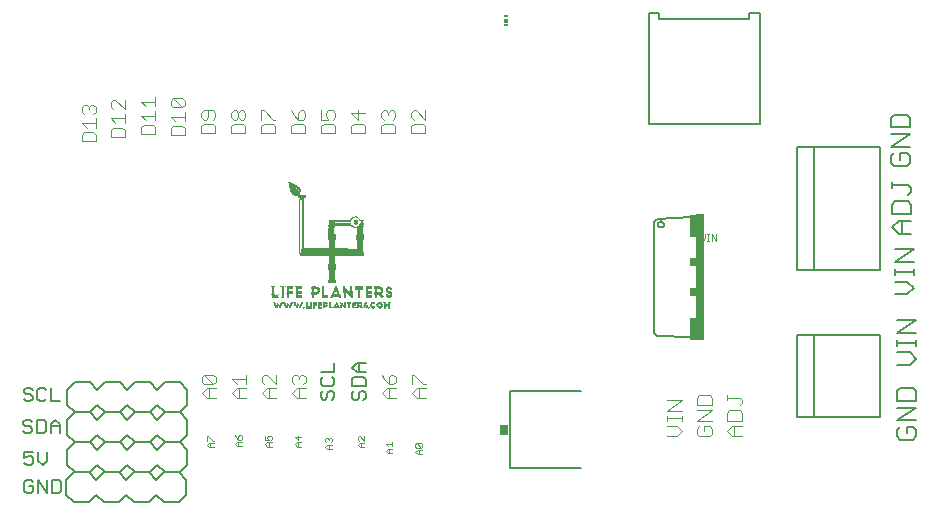
<source format=gto>
G75*
%MOIN*%
%OFA0B0*%
%FSLAX25Y25*%
%IPPOS*%
%LPD*%
%AMOC8*
5,1,8,0,0,1.08239X$1,22.5*
%
%ADD10C,0.00200*%
%ADD11C,0.00400*%
%ADD12R,0.00192X0.00048*%
%ADD13R,0.01152X0.00048*%
%ADD14R,0.00480X0.00048*%
%ADD15R,0.00384X0.00048*%
%ADD16R,0.00432X0.00048*%
%ADD17R,0.00240X0.00048*%
%ADD18R,0.00288X0.00048*%
%ADD19R,0.01152X0.00048*%
%ADD20R,0.00480X0.00048*%
%ADD21R,0.00384X0.00048*%
%ADD22R,0.01104X0.00048*%
%ADD23R,0.00336X0.00048*%
%ADD24R,0.00096X0.00048*%
%ADD25R,0.00720X0.00048*%
%ADD26R,0.00768X0.00048*%
%ADD27R,0.00432X0.00048*%
%ADD28R,0.00336X0.00048*%
%ADD29R,0.00288X0.00048*%
%ADD30R,0.00240X0.00048*%
%ADD31R,0.00384X0.00048*%
%ADD32R,0.01104X0.00048*%
%ADD33R,0.00144X0.00048*%
%ADD34R,0.00864X0.00048*%
%ADD35R,0.00912X0.00048*%
%ADD36R,0.00192X0.00048*%
%ADD37R,0.00528X0.00048*%
%ADD38R,0.01056X0.00048*%
%ADD39R,0.01104X0.00048*%
%ADD40R,0.00240X0.00048*%
%ADD41R,0.00768X0.00048*%
%ADD42R,0.01200X0.00048*%
%ADD43R,0.00816X0.00048*%
%ADD44R,0.01296X0.00048*%
%ADD45R,0.01344X0.00048*%
%ADD46R,0.00528X0.00048*%
%ADD47R,0.00624X0.00048*%
%ADD48R,0.00816X0.00048*%
%ADD49R,0.01344X0.00048*%
%ADD50R,0.01440X0.00048*%
%ADD51R,0.00528X0.00048*%
%ADD52R,0.00528X0.00048*%
%ADD53R,0.01536X0.00048*%
%ADD54R,0.00576X0.00048*%
%ADD55R,0.00576X0.00048*%
%ADD56R,0.01488X0.00048*%
%ADD57R,0.00384X0.00048*%
%ADD58R,0.01296X0.00048*%
%ADD59R,0.01584X0.00048*%
%ADD60R,0.00576X0.00048*%
%ADD61R,0.00672X0.00048*%
%ADD62R,0.00624X0.00048*%
%ADD63R,0.01440X0.00048*%
%ADD64R,0.00720X0.00048*%
%ADD65R,0.00672X0.00048*%
%ADD66R,0.00048X0.00048*%
%ADD67R,0.00720X0.00048*%
%ADD68R,0.00576X0.00048*%
%ADD69R,0.00096X0.00048*%
%ADD70R,0.00912X0.00048*%
%ADD71R,0.01248X0.00048*%
%ADD72R,0.01104X0.00048*%
%ADD73R,0.01248X0.00048*%
%ADD74R,0.01200X0.00048*%
%ADD75R,0.01248X0.00048*%
%ADD76R,0.00864X0.00048*%
%ADD77R,0.00912X0.00048*%
%ADD78R,0.01056X0.00048*%
%ADD79R,0.00960X0.00048*%
%ADD80R,0.01056X0.00048*%
%ADD81R,0.01008X0.00048*%
%ADD82R,0.00960X0.00048*%
%ADD83R,0.02016X0.00048*%
%ADD84R,0.00912X0.00048*%
%ADD85R,0.02016X0.00048*%
%ADD86R,0.00240X0.00048*%
%ADD87R,0.00144X0.00048*%
%ADD88R,0.00048X0.00048*%
%ADD89R,0.01632X0.00048*%
%ADD90R,0.01440X0.00048*%
%ADD91R,0.01440X0.00048*%
%ADD92R,0.01392X0.00048*%
%ADD93R,0.00720X0.00048*%
%ADD94R,0.01008X0.00048*%
%ADD95R,0.00192X0.00048*%
%ADD96R,0.02256X0.00048*%
%ADD97R,0.02208X0.00048*%
%ADD98R,0.02304X0.00048*%
%ADD99R,0.02256X0.00048*%
%ADD100R,0.02208X0.00048*%
%ADD101R,0.02304X0.00048*%
%ADD102R,0.02256X0.00048*%
%ADD103R,0.00864X0.00048*%
%ADD104R,0.01392X0.00048*%
%ADD105R,0.01488X0.00048*%
%ADD106R,0.01584X0.00048*%
%ADD107R,0.01680X0.00048*%
%ADD108R,0.01776X0.00048*%
%ADD109R,0.03264X0.00048*%
%ADD110R,0.01776X0.00048*%
%ADD111R,0.03216X0.00048*%
%ADD112R,0.01872X0.00048*%
%ADD113R,0.03168X0.00048*%
%ADD114R,0.01920X0.00048*%
%ADD115R,0.03120X0.00048*%
%ADD116R,0.01968X0.00048*%
%ADD117R,0.03024X0.00048*%
%ADD118R,0.03024X0.00048*%
%ADD119R,0.02064X0.00048*%
%ADD120R,0.02976X0.00048*%
%ADD121R,0.01056X0.00048*%
%ADD122R,0.02928X0.00048*%
%ADD123R,0.00048X0.00048*%
%ADD124R,0.02928X0.00048*%
%ADD125R,0.02832X0.00048*%
%ADD126R,0.01680X0.00048*%
%ADD127R,0.02832X0.00048*%
%ADD128R,0.02544X0.00048*%
%ADD129R,0.01872X0.00048*%
%ADD130R,0.02736X0.00048*%
%ADD131R,0.02496X0.00048*%
%ADD132R,0.02736X0.00048*%
%ADD133R,0.01392X0.00048*%
%ADD134R,0.02496X0.00048*%
%ADD135R,0.02064X0.00048*%
%ADD136R,0.02688X0.00048*%
%ADD137R,0.02448X0.00048*%
%ADD138R,0.02112X0.00048*%
%ADD139R,0.02592X0.00048*%
%ADD140R,0.02400X0.00048*%
%ADD141R,0.02256X0.00048*%
%ADD142R,0.02400X0.00048*%
%ADD143R,0.01584X0.00048*%
%ADD144R,0.01632X0.00048*%
%ADD145R,0.02448X0.00048*%
%ADD146R,0.02448X0.00048*%
%ADD147R,0.01728X0.00048*%
%ADD148R,0.02064X0.00048*%
%ADD149R,0.02112X0.00048*%
%ADD150R,0.01824X0.00048*%
%ADD151R,0.02592X0.00048*%
%ADD152R,0.02640X0.00048*%
%ADD153R,0.02640X0.00048*%
%ADD154R,0.02688X0.00048*%
%ADD155R,0.00768X0.00048*%
%ADD156R,0.01584X0.00048*%
%ADD157R,0.02064X0.00048*%
%ADD158R,0.01824X0.00048*%
%ADD159R,0.01776X0.00048*%
%ADD160R,0.01728X0.00048*%
%ADD161R,0.01728X0.00048*%
%ADD162R,0.01536X0.00048*%
%ADD163R,0.01392X0.00048*%
%ADD164R,0.02448X0.00048*%
%ADD165R,0.02352X0.00048*%
%ADD166R,0.02352X0.00048*%
%ADD167R,0.02160X0.00048*%
%ADD168R,0.02160X0.00048*%
%ADD169R,0.01920X0.00048*%
%ADD170R,0.00048X0.00048*%
%ADD171R,0.06480X0.00048*%
%ADD172R,0.21072X0.00048*%
%ADD173R,0.21072X0.00048*%
%ADD174R,0.20448X0.00048*%
%ADD175R,0.20400X0.00048*%
%ADD176R,0.20400X0.00048*%
%ADD177R,0.20448X0.00048*%
%ADD178R,0.15456X0.00048*%
%ADD179R,0.15456X0.00048*%
%ADD180R,0.02112X0.00048*%
%ADD181R,0.01920X0.00048*%
%ADD182R,0.07872X0.00048*%
%ADD183R,0.07824X0.00048*%
%ADD184R,0.07728X0.00048*%
%ADD185R,0.07680X0.00048*%
%ADD186R,0.07632X0.00048*%
%ADD187R,0.07632X0.00048*%
%ADD188R,0.07584X0.00048*%
%ADD189R,0.07536X0.00048*%
%ADD190R,0.07536X0.00048*%
%ADD191R,0.07488X0.00048*%
%ADD192R,0.07488X0.00048*%
%ADD193R,0.07440X0.00048*%
%ADD194R,0.07440X0.00048*%
%ADD195R,0.07392X0.00048*%
%ADD196R,0.07392X0.00048*%
%ADD197R,0.07344X0.00048*%
%ADD198R,0.07344X0.00048*%
%ADD199R,0.00192X0.00048*%
%ADD200R,0.02544X0.00048*%
%ADD201R,0.02640X0.00048*%
%ADD202R,0.01776X0.00048*%
%ADD203R,0.03072X0.00048*%
%ADD204R,0.02976X0.00048*%
%ADD205R,0.02880X0.00048*%
%ADD206R,0.02880X0.00048*%
%ADD207R,0.02784X0.00048*%
%ADD208R,0.01968X0.00048*%
%ADD209C,0.00500*%
%ADD210C,0.00600*%
%ADD211C,0.00800*%
%ADD212R,0.03000X0.03400*%
%ADD213R,0.01181X0.00591*%
%ADD214R,0.01181X0.01181*%
%ADD215C,0.00700*%
%ADD216R,0.03000X0.42000*%
%ADD217R,0.02000X0.07500*%
%ADD218R,0.02000X0.03000*%
D10*
X0106720Y0030358D02*
X0107454Y0031092D01*
X0108922Y0031092D01*
X0108922Y0031834D02*
X0108555Y0031834D01*
X0107087Y0033301D01*
X0106720Y0033301D01*
X0106720Y0031834D01*
X0107821Y0031092D02*
X0107821Y0029624D01*
X0107454Y0029624D02*
X0106720Y0030358D01*
X0107454Y0029624D02*
X0108922Y0029624D01*
X0116096Y0030682D02*
X0116830Y0031416D01*
X0118298Y0031416D01*
X0117931Y0032158D02*
X0118298Y0032525D01*
X0118298Y0033258D01*
X0117931Y0033625D01*
X0117564Y0033625D01*
X0117197Y0033258D01*
X0117197Y0032158D01*
X0117931Y0032158D01*
X0117197Y0032158D02*
X0116463Y0032892D01*
X0116096Y0033625D01*
X0117197Y0031416D02*
X0117197Y0029948D01*
X0116830Y0029948D02*
X0118298Y0029948D01*
X0116830Y0029948D02*
X0116096Y0030682D01*
X0126119Y0030599D02*
X0126853Y0031332D01*
X0128321Y0031332D01*
X0127954Y0032074D02*
X0128321Y0032441D01*
X0128321Y0033175D01*
X0127954Y0033542D01*
X0127220Y0033542D01*
X0126853Y0033175D01*
X0126853Y0032808D01*
X0127220Y0032074D01*
X0126119Y0032074D01*
X0126119Y0033542D01*
X0127220Y0031332D02*
X0127220Y0029865D01*
X0126853Y0029865D02*
X0126119Y0030599D01*
X0126853Y0029865D02*
X0128321Y0029865D01*
X0135934Y0030601D02*
X0136668Y0031335D01*
X0138136Y0031335D01*
X0137035Y0031335D02*
X0137035Y0029867D01*
X0136668Y0029867D02*
X0135934Y0030601D01*
X0136668Y0029867D02*
X0138136Y0029867D01*
X0137035Y0032077D02*
X0137035Y0033545D01*
X0138136Y0033178D02*
X0135934Y0033178D01*
X0137035Y0032077D01*
X0146142Y0032351D02*
X0146142Y0031617D01*
X0146509Y0031250D01*
X0146876Y0030508D02*
X0148344Y0030508D01*
X0147977Y0031250D02*
X0148344Y0031617D01*
X0148344Y0032351D01*
X0147977Y0032718D01*
X0147610Y0032718D01*
X0147243Y0032351D01*
X0147243Y0031984D01*
X0147243Y0032351D02*
X0146876Y0032718D01*
X0146509Y0032718D01*
X0146142Y0032351D01*
X0146876Y0030508D02*
X0146142Y0029774D01*
X0146876Y0029040D01*
X0148344Y0029040D01*
X0147243Y0029040D02*
X0147243Y0030508D01*
X0156917Y0030358D02*
X0157651Y0031092D01*
X0159118Y0031092D01*
X0159118Y0031834D02*
X0157651Y0033301D01*
X0157284Y0033301D01*
X0156917Y0032934D01*
X0156917Y0032200D01*
X0157284Y0031834D01*
X0158018Y0031092D02*
X0158018Y0029624D01*
X0157651Y0029624D02*
X0156917Y0030358D01*
X0157651Y0029624D02*
X0159118Y0029624D01*
X0159118Y0031834D02*
X0159118Y0033301D01*
X0166263Y0030680D02*
X0168465Y0030680D01*
X0168465Y0029946D02*
X0168465Y0031414D01*
X0166997Y0029946D02*
X0166263Y0030680D01*
X0166997Y0029204D02*
X0168465Y0029204D01*
X0167364Y0029204D02*
X0167364Y0027736D01*
X0166997Y0027736D02*
X0168465Y0027736D01*
X0166997Y0027736D02*
X0166263Y0028470D01*
X0166997Y0029204D01*
X0176176Y0029832D02*
X0176176Y0030566D01*
X0176543Y0030933D01*
X0178011Y0029465D01*
X0178378Y0029832D01*
X0178378Y0030566D01*
X0178011Y0030933D01*
X0176543Y0030933D01*
X0176176Y0029832D02*
X0176543Y0029465D01*
X0178011Y0029465D01*
X0178378Y0028723D02*
X0176910Y0028723D01*
X0176176Y0027989D01*
X0176910Y0027255D01*
X0178378Y0027255D01*
X0177277Y0027255D02*
X0177277Y0028723D01*
X0271199Y0099255D02*
X0271933Y0098521D01*
X0272667Y0099255D01*
X0272667Y0100723D01*
X0273409Y0100723D02*
X0274143Y0100723D01*
X0273776Y0100723D02*
X0273776Y0098521D01*
X0273409Y0098521D02*
X0274143Y0098521D01*
X0274882Y0098521D02*
X0274882Y0100723D01*
X0276350Y0098521D01*
X0276350Y0100723D01*
X0271199Y0100723D02*
X0271199Y0099255D01*
D11*
X0270758Y0047038D02*
X0269891Y0046171D01*
X0269891Y0043569D01*
X0275095Y0043569D01*
X0275095Y0046171D01*
X0274228Y0047038D01*
X0270758Y0047038D01*
X0265095Y0045320D02*
X0259891Y0045320D01*
X0259891Y0041850D02*
X0265095Y0045320D01*
X0265095Y0041850D02*
X0259891Y0041850D01*
X0259891Y0040147D02*
X0259891Y0038412D01*
X0259891Y0039280D02*
X0265095Y0039280D01*
X0265095Y0040147D02*
X0265095Y0038412D01*
X0263360Y0036726D02*
X0259891Y0036726D01*
X0263360Y0036726D02*
X0265095Y0034991D01*
X0263360Y0033256D01*
X0259891Y0033256D01*
X0269891Y0034123D02*
X0270758Y0033256D01*
X0274228Y0033256D01*
X0275095Y0034123D01*
X0275095Y0035858D01*
X0274228Y0036726D01*
X0272493Y0036726D01*
X0272493Y0034991D01*
X0270758Y0036726D02*
X0269891Y0035858D01*
X0269891Y0034123D01*
X0269891Y0038412D02*
X0275095Y0041882D01*
X0269891Y0041882D01*
X0269891Y0038412D02*
X0275095Y0038412D01*
X0279891Y0038412D02*
X0279891Y0041015D01*
X0280758Y0041882D01*
X0284228Y0041882D01*
X0285095Y0041015D01*
X0285095Y0038412D01*
X0279891Y0038412D01*
X0281626Y0036726D02*
X0279891Y0034991D01*
X0281626Y0033256D01*
X0285095Y0033256D01*
X0282493Y0033256D02*
X0282493Y0036726D01*
X0281626Y0036726D02*
X0285095Y0036726D01*
X0284228Y0043569D02*
X0285095Y0044436D01*
X0285095Y0045304D01*
X0284228Y0046171D01*
X0279891Y0046171D01*
X0279891Y0045304D02*
X0279891Y0047038D01*
X0179623Y0046156D02*
X0176554Y0046156D01*
X0175020Y0047691D01*
X0176554Y0049225D01*
X0179623Y0049225D01*
X0179623Y0050760D02*
X0178856Y0050760D01*
X0175787Y0053829D01*
X0175020Y0053829D01*
X0175020Y0050760D01*
X0177322Y0049225D02*
X0177322Y0046156D01*
X0169623Y0046156D02*
X0166554Y0046156D01*
X0165020Y0047691D01*
X0166554Y0049225D01*
X0169623Y0049225D01*
X0168856Y0050760D02*
X0169623Y0051527D01*
X0169623Y0053062D01*
X0168856Y0053829D01*
X0168089Y0053829D01*
X0167322Y0053062D01*
X0167322Y0050760D01*
X0168856Y0050760D01*
X0167322Y0050760D02*
X0165787Y0052294D01*
X0165020Y0053829D01*
X0167322Y0049225D02*
X0167322Y0046156D01*
X0139623Y0046156D02*
X0136554Y0046156D01*
X0135020Y0047691D01*
X0136554Y0049225D01*
X0139623Y0049225D01*
X0138856Y0050760D02*
X0139623Y0051527D01*
X0139623Y0053062D01*
X0138856Y0053829D01*
X0138089Y0053829D01*
X0137322Y0053062D01*
X0137322Y0052294D01*
X0137322Y0053062D02*
X0136554Y0053829D01*
X0135787Y0053829D01*
X0135020Y0053062D01*
X0135020Y0051527D01*
X0135787Y0050760D01*
X0137322Y0049225D02*
X0137322Y0046156D01*
X0129623Y0046156D02*
X0126554Y0046156D01*
X0125020Y0047691D01*
X0126554Y0049225D01*
X0129623Y0049225D01*
X0129623Y0050760D02*
X0126554Y0053829D01*
X0125787Y0053829D01*
X0125020Y0053062D01*
X0125020Y0051527D01*
X0125787Y0050760D01*
X0127322Y0049225D02*
X0127322Y0046156D01*
X0129623Y0050760D02*
X0129623Y0053829D01*
X0119623Y0053829D02*
X0119623Y0050760D01*
X0119623Y0052294D02*
X0115020Y0052294D01*
X0116554Y0050760D01*
X0116554Y0049225D02*
X0119623Y0049225D01*
X0117322Y0049225D02*
X0117322Y0046156D01*
X0116554Y0046156D02*
X0119623Y0046156D01*
X0116554Y0046156D02*
X0115020Y0047691D01*
X0116554Y0049225D01*
X0109623Y0049225D02*
X0106554Y0049225D01*
X0105020Y0047691D01*
X0106554Y0046156D01*
X0109623Y0046156D01*
X0107322Y0046156D02*
X0107322Y0049225D01*
X0108856Y0050760D02*
X0105787Y0050760D01*
X0105020Y0051527D01*
X0105020Y0053062D01*
X0105787Y0053829D01*
X0108856Y0050760D01*
X0109623Y0051527D01*
X0109623Y0053062D01*
X0108856Y0053829D01*
X0105787Y0053829D01*
X0069623Y0131552D02*
X0065020Y0131552D01*
X0065020Y0133854D01*
X0065787Y0134621D01*
X0068856Y0134621D01*
X0069623Y0133854D01*
X0069623Y0131552D01*
X0074620Y0133102D02*
X0074620Y0135404D01*
X0075387Y0136171D01*
X0078456Y0136171D01*
X0079223Y0135404D01*
X0079223Y0133102D01*
X0074620Y0133102D01*
X0069623Y0136156D02*
X0069623Y0139225D01*
X0069623Y0137691D02*
X0065020Y0137691D01*
X0066554Y0136156D01*
X0065787Y0140760D02*
X0065020Y0141527D01*
X0065020Y0143062D01*
X0065787Y0143829D01*
X0066554Y0143829D01*
X0067322Y0143062D01*
X0068089Y0143829D01*
X0068856Y0143829D01*
X0069623Y0143062D01*
X0069623Y0141527D01*
X0068856Y0140760D01*
X0067322Y0142294D02*
X0067322Y0143062D01*
X0074620Y0143077D02*
X0075387Y0142310D01*
X0074620Y0143077D02*
X0074620Y0144612D01*
X0075387Y0145379D01*
X0076154Y0145379D01*
X0079223Y0142310D01*
X0079223Y0145379D01*
X0079223Y0140775D02*
X0079223Y0137706D01*
X0079223Y0139241D02*
X0074620Y0139241D01*
X0076154Y0137706D01*
X0084820Y0136354D02*
X0084820Y0134052D01*
X0089423Y0134052D01*
X0089423Y0136354D01*
X0088656Y0137121D01*
X0085587Y0137121D01*
X0084820Y0136354D01*
X0086354Y0138656D02*
X0084820Y0140191D01*
X0089423Y0140191D01*
X0089423Y0141725D02*
X0089423Y0138656D01*
X0094620Y0139841D02*
X0099223Y0139841D01*
X0099223Y0141375D02*
X0099223Y0138306D01*
X0098456Y0136771D02*
X0095387Y0136771D01*
X0094620Y0136004D01*
X0094620Y0133702D01*
X0099223Y0133702D01*
X0099223Y0136004D01*
X0098456Y0136771D01*
X0096154Y0138306D02*
X0094620Y0139841D01*
X0095387Y0142910D02*
X0094620Y0143677D01*
X0094620Y0145212D01*
X0095387Y0145979D01*
X0098456Y0142910D01*
X0099223Y0143677D01*
X0099223Y0145212D01*
X0098456Y0145979D01*
X0095387Y0145979D01*
X0095387Y0142910D02*
X0098456Y0142910D01*
X0104820Y0141162D02*
X0104820Y0139627D01*
X0105587Y0138860D01*
X0106354Y0138860D01*
X0107122Y0139627D01*
X0107122Y0141929D01*
X0108656Y0141929D02*
X0105587Y0141929D01*
X0104820Y0141162D01*
X0108656Y0141929D02*
X0109423Y0141162D01*
X0109423Y0139627D01*
X0108656Y0138860D01*
X0108656Y0137325D02*
X0105587Y0137325D01*
X0104820Y0136558D01*
X0104820Y0134256D01*
X0109423Y0134256D01*
X0109423Y0136558D01*
X0108656Y0137325D01*
X0114820Y0136558D02*
X0114820Y0134256D01*
X0119423Y0134256D01*
X0119423Y0136558D01*
X0118656Y0137325D01*
X0115587Y0137325D01*
X0114820Y0136558D01*
X0115587Y0138860D02*
X0116354Y0138860D01*
X0117122Y0139627D01*
X0117122Y0141162D01*
X0117889Y0141929D01*
X0118656Y0141929D01*
X0119423Y0141162D01*
X0119423Y0139627D01*
X0118656Y0138860D01*
X0117889Y0138860D01*
X0117122Y0139627D01*
X0117122Y0141162D02*
X0116354Y0141929D01*
X0115587Y0141929D01*
X0114820Y0141162D01*
X0114820Y0139627D01*
X0115587Y0138860D01*
X0124820Y0138860D02*
X0124820Y0141929D01*
X0125587Y0141929D01*
X0128656Y0138860D01*
X0129423Y0138860D01*
X0128656Y0137325D02*
X0125587Y0137325D01*
X0124820Y0136558D01*
X0124820Y0134256D01*
X0129423Y0134256D01*
X0129423Y0136558D01*
X0128656Y0137325D01*
X0134820Y0136558D02*
X0134820Y0134256D01*
X0139423Y0134256D01*
X0139423Y0136558D01*
X0138656Y0137325D01*
X0135587Y0137325D01*
X0134820Y0136558D01*
X0137122Y0138860D02*
X0137122Y0141162D01*
X0137889Y0141929D01*
X0138656Y0141929D01*
X0139423Y0141162D01*
X0139423Y0139627D01*
X0138656Y0138860D01*
X0137122Y0138860D01*
X0135587Y0140394D01*
X0134820Y0141929D01*
X0144820Y0141929D02*
X0144820Y0138860D01*
X0147122Y0138860D01*
X0146354Y0140394D01*
X0146354Y0141162D01*
X0147122Y0141929D01*
X0148656Y0141929D01*
X0149423Y0141162D01*
X0149423Y0139627D01*
X0148656Y0138860D01*
X0148656Y0137325D02*
X0145587Y0137325D01*
X0144820Y0136558D01*
X0144820Y0134256D01*
X0149423Y0134256D01*
X0149423Y0136558D01*
X0148656Y0137325D01*
X0154820Y0136558D02*
X0154820Y0134256D01*
X0159423Y0134256D01*
X0159423Y0136558D01*
X0158656Y0137325D01*
X0155587Y0137325D01*
X0154820Y0136558D01*
X0157122Y0138860D02*
X0157122Y0141929D01*
X0159423Y0141162D02*
X0154820Y0141162D01*
X0157122Y0138860D01*
X0164820Y0139627D02*
X0164820Y0141162D01*
X0165587Y0141929D01*
X0166354Y0141929D01*
X0167122Y0141162D01*
X0167889Y0141929D01*
X0168656Y0141929D01*
X0169423Y0141162D01*
X0169423Y0139627D01*
X0168656Y0138860D01*
X0168656Y0137325D02*
X0165587Y0137325D01*
X0164820Y0136558D01*
X0164820Y0134256D01*
X0169423Y0134256D01*
X0169423Y0136558D01*
X0168656Y0137325D01*
X0165587Y0138860D02*
X0164820Y0139627D01*
X0167122Y0140394D02*
X0167122Y0141162D01*
X0174820Y0141162D02*
X0174820Y0139627D01*
X0175587Y0138860D01*
X0175587Y0137325D02*
X0174820Y0136558D01*
X0174820Y0134256D01*
X0179423Y0134256D01*
X0179423Y0136558D01*
X0178656Y0137325D01*
X0175587Y0137325D01*
X0174820Y0141162D02*
X0175587Y0141929D01*
X0176354Y0141929D01*
X0179423Y0138860D01*
X0179423Y0141929D01*
X0089423Y0143260D02*
X0089423Y0146329D01*
X0089423Y0144794D02*
X0084820Y0144794D01*
X0086354Y0143260D01*
D12*
X0138115Y0112112D03*
X0155347Y0105968D03*
X0157123Y0105968D03*
X0155539Y0102944D03*
X0151411Y0077648D03*
X0149923Y0077648D03*
X0149923Y0077600D03*
X0146851Y0077264D03*
X0139123Y0075872D03*
X0133747Y0077264D03*
X0158275Y0077264D03*
X0160675Y0075872D03*
D13*
X0162163Y0077600D03*
X0164227Y0077600D03*
X0157555Y0077600D03*
X0155923Y0077600D03*
X0155923Y0077648D03*
X0155923Y0077744D03*
X0155923Y0076112D03*
X0155923Y0076064D03*
X0155923Y0075968D03*
X0154579Y0080240D03*
X0152707Y0082064D03*
X0146131Y0077600D03*
X0144451Y0077600D03*
X0144451Y0077648D03*
X0144451Y0077744D03*
X0144451Y0077504D03*
X0144451Y0076112D03*
X0144451Y0076064D03*
X0144451Y0075968D03*
X0144451Y0075872D03*
X0140275Y0075872D03*
X0140275Y0075968D03*
X0140275Y0076064D03*
X0140275Y0076112D03*
X0140275Y0076208D03*
X0156259Y0104000D03*
X0158179Y0103712D03*
X0158179Y0103664D03*
D14*
X0137683Y0115040D03*
X0152371Y0082736D03*
X0144115Y0077408D03*
X0144115Y0076640D03*
X0144115Y0076208D03*
X0142483Y0076208D03*
X0142483Y0076304D03*
X0142483Y0076400D03*
X0142483Y0076448D03*
X0142483Y0076544D03*
X0142483Y0076640D03*
X0142483Y0077072D03*
X0142483Y0077168D03*
X0142483Y0077264D03*
X0142483Y0077312D03*
X0142483Y0077408D03*
X0141523Y0077408D03*
X0141523Y0077504D03*
X0141523Y0077600D03*
X0141523Y0077648D03*
X0141523Y0077744D03*
X0141523Y0077312D03*
X0141523Y0077264D03*
X0141523Y0077168D03*
X0141523Y0077072D03*
X0141523Y0076976D03*
X0141523Y0076880D03*
X0141523Y0076832D03*
X0141523Y0076736D03*
X0141523Y0076640D03*
X0141523Y0076544D03*
X0141523Y0076448D03*
X0141523Y0076400D03*
X0141523Y0076304D03*
X0141523Y0076208D03*
X0141523Y0076112D03*
X0141523Y0076064D03*
X0141523Y0075968D03*
X0141523Y0075872D03*
X0142483Y0075872D03*
X0142483Y0075968D03*
X0142483Y0076064D03*
X0142483Y0076112D03*
X0137155Y0076880D03*
X0133747Y0076880D03*
X0133219Y0076208D03*
X0129859Y0076208D03*
X0152659Y0076304D03*
X0159571Y0075968D03*
X0161443Y0076640D03*
X0161491Y0076544D03*
X0161443Y0076976D03*
X0163507Y0076976D03*
X0163555Y0077072D03*
X0163555Y0076544D03*
X0164227Y0075872D03*
X0164899Y0076544D03*
X0164947Y0076640D03*
X0164947Y0076976D03*
X0165955Y0076832D03*
X0165955Y0077504D03*
X0166723Y0076640D03*
X0167491Y0076832D03*
X0167491Y0077504D03*
D15*
X0162163Y0075872D03*
X0158227Y0076112D03*
X0158131Y0076304D03*
X0152323Y0082832D03*
X0138259Y0077312D03*
X0138163Y0077168D03*
X0137155Y0076976D03*
X0136099Y0077072D03*
X0135859Y0077648D03*
X0134995Y0077600D03*
X0134659Y0076880D03*
X0134659Y0076832D03*
X0134563Y0076640D03*
X0132835Y0076832D03*
X0132835Y0076880D03*
X0132787Y0076976D03*
X0132499Y0077600D03*
X0131491Y0077264D03*
X0131395Y0076976D03*
X0130387Y0076976D03*
X0129427Y0076976D03*
X0137731Y0114800D03*
X0137731Y0114848D03*
D16*
X0137707Y0114944D03*
X0149611Y0082880D03*
X0149611Y0082832D03*
X0149899Y0077408D03*
X0151531Y0077408D03*
X0151531Y0076832D03*
X0154939Y0079472D03*
X0159595Y0077648D03*
X0158059Y0076400D03*
X0157195Y0076400D03*
X0157195Y0076448D03*
X0161419Y0076736D03*
X0161419Y0076832D03*
X0161419Y0076880D03*
X0163483Y0076880D03*
X0163483Y0076832D03*
X0163483Y0076736D03*
X0163531Y0076640D03*
X0164971Y0076736D03*
X0164971Y0076832D03*
X0164971Y0076880D03*
X0164923Y0077072D03*
X0165931Y0076736D03*
X0165931Y0076640D03*
X0165931Y0076544D03*
X0165931Y0076448D03*
X0165931Y0076400D03*
X0165931Y0076304D03*
X0165931Y0076208D03*
X0165931Y0076112D03*
X0165931Y0076064D03*
X0165931Y0075968D03*
X0165931Y0075872D03*
X0167515Y0075872D03*
X0167515Y0075968D03*
X0167515Y0076064D03*
X0167515Y0076112D03*
X0167515Y0076208D03*
X0167515Y0076304D03*
X0167515Y0076400D03*
X0167515Y0076448D03*
X0167515Y0076544D03*
X0167515Y0076640D03*
X0167515Y0076736D03*
X0167371Y0079376D03*
X0144091Y0077312D03*
X0144091Y0077264D03*
X0144091Y0077168D03*
X0144091Y0077072D03*
X0144091Y0076544D03*
X0144091Y0076448D03*
X0144091Y0076400D03*
X0144091Y0076304D03*
X0139915Y0076304D03*
X0139915Y0076400D03*
X0139915Y0076448D03*
X0139915Y0076544D03*
X0139915Y0076640D03*
X0139915Y0076736D03*
X0139915Y0076832D03*
X0139915Y0076880D03*
X0139915Y0076976D03*
X0139915Y0077072D03*
X0139915Y0077168D03*
X0139915Y0077264D03*
X0139915Y0077312D03*
X0139915Y0077408D03*
X0139915Y0077504D03*
X0139915Y0077600D03*
X0139915Y0077648D03*
X0139915Y0077744D03*
X0137659Y0076112D03*
X0136603Y0076112D03*
X0134251Y0076112D03*
X0130939Y0076112D03*
X0130939Y0076064D03*
X0129883Y0076064D03*
X0129883Y0076112D03*
D17*
X0129883Y0075920D03*
X0130939Y0075920D03*
X0133195Y0075920D03*
X0133723Y0077216D03*
X0136603Y0075920D03*
X0139099Y0076160D03*
X0149515Y0076688D03*
X0149563Y0076784D03*
X0158299Y0077024D03*
X0158299Y0077120D03*
X0158299Y0077216D03*
X0159259Y0077360D03*
X0160651Y0076160D03*
X0162187Y0077792D03*
X0137803Y0094160D03*
X0137803Y0094256D03*
X0137803Y0094352D03*
X0137803Y0094496D03*
X0137803Y0094592D03*
X0137803Y0094688D03*
X0137803Y0094784D03*
X0137803Y0094928D03*
X0137803Y0095024D03*
X0137803Y0095120D03*
X0137803Y0095216D03*
X0137803Y0095360D03*
X0137803Y0095456D03*
X0137803Y0095552D03*
X0137803Y0095696D03*
X0137803Y0095792D03*
X0137803Y0095888D03*
X0137803Y0095984D03*
X0137803Y0096128D03*
X0137803Y0096224D03*
X0137803Y0096320D03*
X0137803Y0096416D03*
X0137803Y0096560D03*
X0137803Y0096656D03*
X0137803Y0096752D03*
X0137803Y0096896D03*
X0137803Y0096992D03*
X0137803Y0097088D03*
X0137803Y0097184D03*
X0137803Y0097328D03*
X0137803Y0097424D03*
X0137803Y0097520D03*
X0137803Y0097616D03*
X0137803Y0097760D03*
X0137803Y0097856D03*
X0137803Y0097952D03*
X0137803Y0098096D03*
X0137803Y0098192D03*
X0137803Y0098288D03*
X0137803Y0098384D03*
X0137803Y0098528D03*
X0137803Y0098624D03*
X0137803Y0098720D03*
X0137803Y0098816D03*
X0137803Y0098960D03*
X0137803Y0099056D03*
X0137803Y0099152D03*
X0137803Y0099296D03*
X0137803Y0099392D03*
X0137803Y0099488D03*
X0137803Y0099584D03*
X0137803Y0099728D03*
X0137803Y0099824D03*
X0137803Y0099920D03*
X0137803Y0100016D03*
X0137803Y0100160D03*
X0137803Y0100256D03*
X0137803Y0100352D03*
X0137803Y0100496D03*
X0137803Y0100592D03*
X0137803Y0100688D03*
X0137803Y0100784D03*
X0137803Y0100928D03*
X0137803Y0101024D03*
X0137803Y0101120D03*
X0137803Y0101216D03*
X0137803Y0101360D03*
X0137803Y0101456D03*
X0137803Y0101552D03*
X0137803Y0101696D03*
X0137803Y0101792D03*
X0137803Y0101888D03*
X0137803Y0101984D03*
X0137803Y0102128D03*
X0137803Y0102224D03*
X0137803Y0102320D03*
X0137803Y0102416D03*
X0137803Y0102560D03*
X0137803Y0102656D03*
X0137803Y0102752D03*
X0137803Y0102896D03*
X0137803Y0102992D03*
X0137803Y0103088D03*
X0137803Y0103184D03*
X0137803Y0103328D03*
X0137803Y0103424D03*
X0137803Y0103520D03*
X0137803Y0103616D03*
X0137803Y0103760D03*
X0137803Y0103856D03*
X0137803Y0103952D03*
X0137803Y0104096D03*
X0137803Y0104192D03*
X0137803Y0104288D03*
X0137803Y0104384D03*
X0137803Y0104528D03*
X0137803Y0104624D03*
X0137803Y0104720D03*
X0137803Y0104816D03*
X0137803Y0104960D03*
X0137803Y0105056D03*
X0137803Y0105152D03*
X0137803Y0105296D03*
X0137803Y0105392D03*
X0137803Y0105488D03*
X0137803Y0105584D03*
X0137803Y0105728D03*
X0137803Y0105824D03*
X0137803Y0105920D03*
X0137803Y0106016D03*
X0137803Y0106160D03*
X0137803Y0106256D03*
X0137803Y0106352D03*
X0137803Y0106496D03*
X0137803Y0106592D03*
X0137803Y0106688D03*
X0137803Y0106784D03*
X0137803Y0106928D03*
X0137803Y0107024D03*
X0137803Y0107120D03*
X0137803Y0107216D03*
X0137803Y0107360D03*
X0137803Y0107456D03*
X0137803Y0107552D03*
X0137803Y0107696D03*
X0137803Y0107792D03*
X0137803Y0107888D03*
X0137803Y0107984D03*
X0137803Y0108128D03*
X0137803Y0108224D03*
X0137803Y0108320D03*
X0137803Y0108416D03*
X0137803Y0108560D03*
X0137803Y0108656D03*
X0137803Y0108752D03*
X0137803Y0108896D03*
X0137803Y0108992D03*
X0137803Y0109088D03*
X0137803Y0109184D03*
X0137803Y0109328D03*
X0137803Y0109424D03*
X0137803Y0109520D03*
X0137803Y0109616D03*
X0137803Y0109760D03*
X0137803Y0109856D03*
X0137803Y0109952D03*
X0137803Y0110096D03*
X0137803Y0110192D03*
X0137803Y0110288D03*
X0137803Y0110384D03*
X0137803Y0110528D03*
X0137803Y0110624D03*
X0137803Y0110720D03*
X0137803Y0110816D03*
X0137803Y0110960D03*
X0137803Y0111056D03*
X0137803Y0111152D03*
X0137803Y0111296D03*
X0137803Y0111392D03*
X0137803Y0111488D03*
X0137803Y0111584D03*
X0137803Y0111728D03*
X0137803Y0111824D03*
X0137803Y0111920D03*
X0137803Y0112016D03*
X0137803Y0114656D03*
D18*
X0137107Y0077120D03*
X0136243Y0076784D03*
X0137683Y0075920D03*
X0139123Y0075920D03*
X0134275Y0075920D03*
X0133747Y0077120D03*
X0132595Y0077360D03*
X0146755Y0076784D03*
X0146803Y0077360D03*
X0149155Y0075920D03*
X0149491Y0076592D03*
X0149635Y0076928D03*
X0150211Y0076928D03*
X0150259Y0076784D03*
X0150355Y0076592D03*
X0149923Y0077552D03*
X0151459Y0077552D03*
X0158227Y0077360D03*
X0158275Y0076928D03*
X0159235Y0077024D03*
X0159235Y0077120D03*
X0159955Y0077360D03*
X0159955Y0076496D03*
X0159955Y0076352D03*
X0159283Y0076256D03*
X0160675Y0075920D03*
X0165859Y0077696D03*
X0167587Y0077696D03*
D19*
X0167347Y0079520D03*
X0155923Y0077696D03*
X0155923Y0077552D03*
X0155923Y0076016D03*
X0155923Y0075920D03*
X0144451Y0075920D03*
X0144451Y0076016D03*
X0144451Y0076160D03*
X0144451Y0077456D03*
X0144451Y0077552D03*
X0144451Y0077696D03*
X0144451Y0077792D03*
X0142819Y0077456D03*
X0140275Y0076256D03*
X0140275Y0076160D03*
X0140275Y0076016D03*
X0140275Y0075920D03*
X0156259Y0104960D03*
D20*
X0156259Y0103760D03*
X0156259Y0102752D03*
X0137683Y0114992D03*
X0149587Y0082784D03*
X0149923Y0077360D03*
X0151555Y0077360D03*
X0155587Y0076688D03*
X0159811Y0076688D03*
X0161443Y0076688D03*
X0161443Y0076592D03*
X0161443Y0077024D03*
X0161491Y0077120D03*
X0163507Y0076688D03*
X0163555Y0077120D03*
X0164899Y0077120D03*
X0164947Y0077024D03*
X0164947Y0076688D03*
X0164947Y0076592D03*
X0164899Y0076496D03*
X0142483Y0076496D03*
X0142483Y0076592D03*
X0142483Y0076352D03*
X0142483Y0076256D03*
X0142483Y0076160D03*
X0142483Y0076016D03*
X0142483Y0075920D03*
X0141523Y0075920D03*
X0141523Y0076016D03*
X0141523Y0076160D03*
X0141523Y0076256D03*
X0141523Y0076352D03*
X0141523Y0076496D03*
X0141523Y0076592D03*
X0141523Y0076688D03*
X0141523Y0076784D03*
X0141523Y0076928D03*
X0141523Y0077024D03*
X0141523Y0077120D03*
X0141523Y0077216D03*
X0141523Y0077360D03*
X0141523Y0077456D03*
X0141523Y0077552D03*
X0141523Y0077696D03*
X0141523Y0077792D03*
X0142483Y0077360D03*
X0142483Y0077216D03*
X0142483Y0077120D03*
X0137155Y0076928D03*
X0136579Y0076160D03*
X0134275Y0076160D03*
X0133747Y0076928D03*
X0133219Y0076160D03*
X0129859Y0076160D03*
D21*
X0129379Y0077120D03*
X0129283Y0077360D03*
X0132451Y0077696D03*
X0132547Y0077456D03*
X0132883Y0076784D03*
X0133219Y0076016D03*
X0134275Y0076016D03*
X0134611Y0076784D03*
X0134803Y0077216D03*
X0134947Y0077456D03*
X0135043Y0077696D03*
X0136051Y0077216D03*
X0136339Y0076592D03*
X0138019Y0076784D03*
X0138115Y0077024D03*
X0138211Y0077216D03*
X0133747Y0077024D03*
X0145747Y0077024D03*
X0145747Y0077120D03*
X0145747Y0077216D03*
X0145747Y0077360D03*
X0145747Y0076928D03*
X0145747Y0076784D03*
X0145747Y0076352D03*
X0145747Y0076256D03*
X0145747Y0076160D03*
X0145747Y0076016D03*
X0145747Y0075920D03*
X0147619Y0076256D03*
X0149443Y0076496D03*
X0151507Y0076496D03*
X0151507Y0076592D03*
X0151507Y0076688D03*
X0151507Y0076784D03*
X0151507Y0076352D03*
X0151507Y0076256D03*
X0151507Y0076160D03*
X0151507Y0076016D03*
X0151507Y0075920D03*
X0151507Y0077456D03*
X0152707Y0077456D03*
X0152707Y0077552D03*
X0152707Y0077696D03*
X0152707Y0077360D03*
X0152707Y0077216D03*
X0152707Y0077120D03*
X0154147Y0077120D03*
X0154147Y0077216D03*
X0154147Y0077360D03*
X0154147Y0077024D03*
X0154147Y0076928D03*
X0154147Y0076784D03*
X0154147Y0076688D03*
X0154147Y0076592D03*
X0154147Y0076496D03*
X0154147Y0076352D03*
X0154147Y0076256D03*
X0154147Y0076160D03*
X0154147Y0076016D03*
X0154147Y0075920D03*
X0155539Y0076256D03*
X0155539Y0076352D03*
X0155539Y0076496D03*
X0155539Y0076592D03*
X0155539Y0077024D03*
X0155539Y0077120D03*
X0155539Y0077216D03*
X0155539Y0077360D03*
X0155539Y0077456D03*
X0157171Y0077360D03*
X0157171Y0077216D03*
X0157171Y0077120D03*
X0157171Y0077024D03*
X0157171Y0076928D03*
X0157171Y0076784D03*
X0157171Y0076352D03*
X0157171Y0076256D03*
X0157171Y0076160D03*
X0157171Y0076016D03*
X0157171Y0075920D03*
X0158083Y0076352D03*
X0158179Y0076160D03*
X0158275Y0076016D03*
X0159571Y0075920D03*
X0155779Y0106160D03*
D22*
X0149611Y0082160D03*
X0147979Y0076160D03*
X0147979Y0076016D03*
X0147979Y0075920D03*
D23*
X0147595Y0076352D03*
X0147595Y0076496D03*
X0147595Y0076592D03*
X0147595Y0076688D03*
X0147595Y0076784D03*
X0147595Y0076928D03*
X0147595Y0077024D03*
X0147595Y0077120D03*
X0147595Y0077216D03*
X0147595Y0077360D03*
X0147595Y0077456D03*
X0147595Y0077552D03*
X0147595Y0077696D03*
X0146683Y0077456D03*
X0149227Y0076016D03*
X0150379Y0076496D03*
X0150283Y0076688D03*
X0150619Y0076016D03*
X0150667Y0075920D03*
X0152731Y0076160D03*
X0152731Y0076928D03*
X0152731Y0077024D03*
X0154987Y0079424D03*
X0158107Y0077456D03*
X0158155Y0076784D03*
X0158347Y0075920D03*
X0159931Y0076256D03*
X0159931Y0076592D03*
X0160651Y0076016D03*
X0159595Y0077696D03*
X0152299Y0082928D03*
X0138427Y0077696D03*
X0138331Y0077552D03*
X0138283Y0077456D03*
X0138091Y0076928D03*
X0137947Y0076688D03*
X0137899Y0076592D03*
X0137659Y0076016D03*
X0136603Y0076016D03*
X0136315Y0076688D03*
X0136171Y0076928D03*
X0136123Y0077024D03*
X0135979Y0077360D03*
X0135883Y0077552D03*
X0134875Y0077360D03*
X0134731Y0077024D03*
X0134683Y0076928D03*
X0134587Y0076688D03*
X0134539Y0076592D03*
X0132955Y0076592D03*
X0132907Y0076688D03*
X0132763Y0077024D03*
X0132715Y0077120D03*
X0132667Y0077216D03*
X0131707Y0077696D03*
X0131563Y0077360D03*
X0131467Y0077120D03*
X0131419Y0077024D03*
X0131371Y0076928D03*
X0131275Y0076784D03*
X0131227Y0076688D03*
X0131179Y0076592D03*
X0130939Y0076016D03*
X0129883Y0076016D03*
X0129643Y0076592D03*
X0129595Y0076688D03*
X0129547Y0076784D03*
X0129451Y0076928D03*
X0129403Y0077024D03*
X0129115Y0077696D03*
X0130411Y0077024D03*
X0139099Y0076016D03*
X0156715Y0106160D03*
X0137755Y0114752D03*
D24*
X0136435Y0113360D03*
X0134083Y0117728D03*
X0154867Y0105488D03*
X0154819Y0105392D03*
X0154771Y0105296D03*
X0154723Y0105152D03*
X0157411Y0105728D03*
X0157651Y0105392D03*
X0157699Y0105296D03*
X0157747Y0105152D03*
X0157795Y0105056D03*
X0157507Y0093392D03*
X0156547Y0093392D03*
X0149923Y0077696D03*
X0152851Y0075920D03*
X0133747Y0077360D03*
D25*
X0136603Y0076352D03*
X0130411Y0076592D03*
X0130411Y0076688D03*
X0143851Y0082016D03*
X0151675Y0077120D03*
X0162187Y0075920D03*
X0165019Y0081488D03*
X0165019Y0081584D03*
X0165019Y0081728D03*
X0165019Y0081824D03*
X0164971Y0082016D03*
X0137515Y0115328D03*
D26*
X0137443Y0115424D03*
X0149587Y0082496D03*
X0149107Y0081392D03*
X0150259Y0081056D03*
X0150931Y0079616D03*
X0149923Y0077024D03*
X0149491Y0076160D03*
X0152515Y0076592D03*
X0143827Y0081296D03*
X0137107Y0076592D03*
X0136627Y0076496D03*
X0134275Y0076496D03*
X0133699Y0076592D03*
X0133219Y0076496D03*
X0130915Y0076496D03*
X0164227Y0075920D03*
X0167347Y0079424D03*
X0166723Y0080192D03*
X0166675Y0080288D03*
X0166675Y0080384D03*
X0166723Y0081584D03*
X0166675Y0081728D03*
X0166675Y0081824D03*
X0166675Y0081920D03*
X0166675Y0082016D03*
X0168067Y0082016D03*
X0168067Y0080624D03*
X0168067Y0080528D03*
X0168067Y0080384D03*
X0168067Y0080288D03*
X0164995Y0081392D03*
X0164947Y0081296D03*
D27*
X0165931Y0077552D03*
X0165931Y0076784D03*
X0165931Y0076688D03*
X0165931Y0076592D03*
X0165931Y0076496D03*
X0165931Y0076352D03*
X0165931Y0076256D03*
X0165931Y0076160D03*
X0165931Y0076016D03*
X0165931Y0075920D03*
X0164971Y0076784D03*
X0164971Y0076928D03*
X0163531Y0077024D03*
X0163483Y0076928D03*
X0163483Y0076784D03*
X0163531Y0076592D03*
X0161419Y0076784D03*
X0161419Y0076928D03*
X0157195Y0077456D03*
X0155563Y0076160D03*
X0152683Y0076256D03*
X0154939Y0079520D03*
X0152347Y0082784D03*
X0145771Y0077456D03*
X0144091Y0077360D03*
X0144091Y0077216D03*
X0144091Y0077120D03*
X0144091Y0076592D03*
X0144091Y0076496D03*
X0144091Y0076352D03*
X0144091Y0076256D03*
X0139915Y0076352D03*
X0139915Y0076496D03*
X0139915Y0076592D03*
X0139915Y0076688D03*
X0139915Y0076784D03*
X0139915Y0076928D03*
X0139915Y0077024D03*
X0139915Y0077120D03*
X0139915Y0077216D03*
X0139915Y0077360D03*
X0139915Y0077456D03*
X0139915Y0077552D03*
X0139915Y0077696D03*
X0139915Y0077792D03*
X0137659Y0076160D03*
X0167515Y0076160D03*
X0167515Y0076256D03*
X0167515Y0076352D03*
X0167515Y0076496D03*
X0167515Y0076592D03*
X0167515Y0076688D03*
X0167515Y0076784D03*
X0167515Y0077552D03*
X0167515Y0076016D03*
X0167515Y0075920D03*
X0137707Y0114896D03*
D28*
X0134203Y0117632D03*
X0156571Y0106208D03*
X0156283Y0105200D03*
X0156667Y0102848D03*
X0155803Y0102848D03*
X0152299Y0082880D03*
X0151483Y0077504D03*
X0152731Y0077072D03*
X0152731Y0076976D03*
X0152731Y0076880D03*
X0150571Y0076112D03*
X0150619Y0075968D03*
X0150283Y0076736D03*
X0149659Y0076976D03*
X0147595Y0076976D03*
X0147595Y0077072D03*
X0147595Y0077168D03*
X0147595Y0077264D03*
X0147595Y0077312D03*
X0147595Y0077408D03*
X0147595Y0077504D03*
X0147595Y0077600D03*
X0147595Y0077648D03*
X0147595Y0077744D03*
X0147595Y0076880D03*
X0147595Y0076832D03*
X0147595Y0076736D03*
X0147595Y0076640D03*
X0147595Y0076544D03*
X0147595Y0076448D03*
X0147595Y0076400D03*
X0146683Y0076736D03*
X0139099Y0076112D03*
X0139099Y0076064D03*
X0139099Y0075968D03*
X0137947Y0076640D03*
X0137995Y0076736D03*
X0138043Y0076832D03*
X0138043Y0076880D03*
X0138091Y0076976D03*
X0138139Y0077072D03*
X0138283Y0077408D03*
X0138331Y0077504D03*
X0138379Y0077600D03*
X0138427Y0077744D03*
X0137131Y0077072D03*
X0136315Y0076640D03*
X0136267Y0076736D03*
X0136219Y0076832D03*
X0136171Y0076976D03*
X0135979Y0077408D03*
X0135931Y0077504D03*
X0135883Y0077600D03*
X0135067Y0077744D03*
X0134971Y0077504D03*
X0134923Y0077408D03*
X0134875Y0077312D03*
X0134827Y0077264D03*
X0134779Y0077168D03*
X0134731Y0077072D03*
X0134683Y0076976D03*
X0132907Y0076640D03*
X0132763Y0077072D03*
X0132619Y0077312D03*
X0132571Y0077408D03*
X0132523Y0077504D03*
X0131755Y0077744D03*
X0131659Y0077600D03*
X0131611Y0077504D03*
X0131563Y0077408D03*
X0131467Y0077168D03*
X0131419Y0077072D03*
X0131323Y0076880D03*
X0131323Y0076832D03*
X0130411Y0077072D03*
X0129547Y0076736D03*
X0129499Y0076832D03*
X0129307Y0077264D03*
X0129259Y0077408D03*
X0129211Y0077504D03*
X0129163Y0077600D03*
X0129883Y0075968D03*
X0137659Y0075968D03*
X0158155Y0076208D03*
X0158251Y0076064D03*
X0158299Y0075968D03*
X0158155Y0076736D03*
X0158203Y0076832D03*
X0159307Y0076208D03*
X0159883Y0076208D03*
X0160651Y0076064D03*
X0160651Y0075968D03*
X0165883Y0077648D03*
X0167563Y0077648D03*
D29*
X0166723Y0076544D03*
X0160675Y0076112D03*
X0159955Y0076304D03*
X0159955Y0076400D03*
X0159955Y0076448D03*
X0159955Y0076544D03*
X0159907Y0076640D03*
X0159235Y0076304D03*
X0159235Y0077072D03*
X0159283Y0077408D03*
X0159907Y0077408D03*
X0158179Y0077408D03*
X0158227Y0076880D03*
X0155011Y0079376D03*
X0152755Y0076112D03*
X0150595Y0076064D03*
X0150355Y0076544D03*
X0150307Y0076640D03*
X0150259Y0076832D03*
X0150211Y0076880D03*
X0150163Y0076976D03*
X0149635Y0076880D03*
X0149587Y0076832D03*
X0149539Y0076736D03*
X0149491Y0076640D03*
X0149491Y0076544D03*
X0149251Y0076112D03*
X0149251Y0076064D03*
X0149203Y0075968D03*
X0149923Y0077504D03*
X0146755Y0077408D03*
X0146803Y0076832D03*
X0138403Y0077648D03*
X0136195Y0076880D03*
X0134275Y0075968D03*
X0133219Y0075968D03*
X0133747Y0077072D03*
X0132691Y0077168D03*
X0132643Y0077264D03*
X0130915Y0075968D03*
X0129139Y0077648D03*
X0129091Y0077744D03*
X0137827Y0094112D03*
X0137779Y0114704D03*
D30*
X0137803Y0114608D03*
X0137803Y0112112D03*
X0137803Y0112064D03*
X0137803Y0111968D03*
X0137803Y0111872D03*
X0137803Y0111776D03*
X0137803Y0111680D03*
X0137803Y0111632D03*
X0137803Y0111536D03*
X0137803Y0111440D03*
X0137803Y0111344D03*
X0137803Y0111248D03*
X0137803Y0111200D03*
X0137803Y0111104D03*
X0137803Y0111008D03*
X0137803Y0110912D03*
X0137803Y0110864D03*
X0137803Y0110768D03*
X0137803Y0110672D03*
X0137803Y0110576D03*
X0137803Y0110480D03*
X0137803Y0110432D03*
X0137803Y0110336D03*
X0137803Y0110240D03*
X0137803Y0110144D03*
X0137803Y0110048D03*
X0137803Y0110000D03*
X0137803Y0109904D03*
X0137803Y0109808D03*
X0137803Y0109712D03*
X0137803Y0109664D03*
X0137803Y0109568D03*
X0137803Y0109472D03*
X0137803Y0109376D03*
X0137803Y0109280D03*
X0137803Y0109232D03*
X0137803Y0109136D03*
X0137803Y0109040D03*
X0137803Y0108944D03*
X0137803Y0108848D03*
X0137803Y0108800D03*
X0137803Y0108704D03*
X0137803Y0108608D03*
X0137803Y0108512D03*
X0137803Y0108464D03*
X0137803Y0108368D03*
X0137803Y0108272D03*
X0137803Y0108176D03*
X0137803Y0108080D03*
X0137803Y0108032D03*
X0137803Y0107936D03*
X0137803Y0107840D03*
X0137803Y0107744D03*
X0137803Y0107648D03*
X0137803Y0107600D03*
X0137803Y0107504D03*
X0137803Y0107408D03*
X0137803Y0107312D03*
X0137803Y0107264D03*
X0137803Y0107168D03*
X0137803Y0107072D03*
X0137803Y0106976D03*
X0137803Y0106880D03*
X0137803Y0106832D03*
X0137803Y0106736D03*
X0137803Y0106640D03*
X0137803Y0106544D03*
X0137803Y0106448D03*
X0137803Y0106400D03*
X0137803Y0106304D03*
X0137803Y0106208D03*
X0137803Y0106112D03*
X0137803Y0106064D03*
X0137803Y0105968D03*
X0137803Y0105872D03*
X0137803Y0105776D03*
X0137803Y0105680D03*
X0137803Y0105632D03*
X0137803Y0105536D03*
X0137803Y0105440D03*
X0137803Y0105344D03*
X0137803Y0105248D03*
X0137803Y0105200D03*
X0137803Y0105104D03*
X0137803Y0105008D03*
X0137803Y0104912D03*
X0137803Y0104864D03*
X0137803Y0104768D03*
X0137803Y0104672D03*
X0137803Y0104576D03*
X0137803Y0104480D03*
X0137803Y0104432D03*
X0137803Y0104336D03*
X0137803Y0104240D03*
X0137803Y0104144D03*
X0137803Y0104048D03*
X0137803Y0104000D03*
X0137803Y0103904D03*
X0137803Y0103808D03*
X0137803Y0103712D03*
X0137803Y0103664D03*
X0137803Y0103568D03*
X0137803Y0103472D03*
X0137803Y0103376D03*
X0137803Y0103280D03*
X0137803Y0103232D03*
X0137803Y0103136D03*
X0137803Y0103040D03*
X0137803Y0102944D03*
X0137803Y0102848D03*
X0137803Y0102800D03*
X0137803Y0102704D03*
X0137803Y0102608D03*
X0137803Y0102512D03*
X0137803Y0102464D03*
X0137803Y0102368D03*
X0137803Y0102272D03*
X0137803Y0102176D03*
X0137803Y0102080D03*
X0137803Y0102032D03*
X0137803Y0101936D03*
X0137803Y0101840D03*
X0137803Y0101744D03*
X0137803Y0101648D03*
X0137803Y0101600D03*
X0137803Y0101504D03*
X0137803Y0101408D03*
X0137803Y0101312D03*
X0137803Y0101264D03*
X0137803Y0101168D03*
X0137803Y0101072D03*
X0137803Y0100976D03*
X0137803Y0100880D03*
X0137803Y0100832D03*
X0137803Y0100736D03*
X0137803Y0100640D03*
X0137803Y0100544D03*
X0137803Y0100448D03*
X0137803Y0100400D03*
X0137803Y0100304D03*
X0137803Y0100208D03*
X0137803Y0100112D03*
X0137803Y0100064D03*
X0137803Y0099968D03*
X0137803Y0099872D03*
X0137803Y0099776D03*
X0137803Y0099680D03*
X0137803Y0099632D03*
X0137803Y0099536D03*
X0137803Y0099440D03*
X0137803Y0099344D03*
X0137803Y0099248D03*
X0137803Y0099200D03*
X0137803Y0099104D03*
X0137803Y0099008D03*
X0137803Y0098912D03*
X0137803Y0098864D03*
X0137803Y0098768D03*
X0137803Y0098672D03*
X0137803Y0098576D03*
X0137803Y0098480D03*
X0137803Y0098432D03*
X0137803Y0098336D03*
X0137803Y0098240D03*
X0137803Y0098144D03*
X0137803Y0098048D03*
X0137803Y0098000D03*
X0137803Y0097904D03*
X0137803Y0097808D03*
X0137803Y0097712D03*
X0137803Y0097664D03*
X0137803Y0097568D03*
X0137803Y0097472D03*
X0137803Y0097376D03*
X0137803Y0097280D03*
X0137803Y0097232D03*
X0137803Y0097136D03*
X0137803Y0097040D03*
X0137803Y0096944D03*
X0137803Y0096848D03*
X0137803Y0096800D03*
X0137803Y0096704D03*
X0137803Y0096608D03*
X0137803Y0096512D03*
X0137803Y0096464D03*
X0137803Y0096368D03*
X0137803Y0096272D03*
X0137803Y0096176D03*
X0137803Y0096080D03*
X0137803Y0096032D03*
X0137803Y0095936D03*
X0137803Y0095840D03*
X0137803Y0095744D03*
X0137803Y0095648D03*
X0137803Y0095600D03*
X0137803Y0095504D03*
X0137803Y0095408D03*
X0137803Y0095312D03*
X0137803Y0095264D03*
X0137803Y0095168D03*
X0137803Y0095072D03*
X0137803Y0094976D03*
X0137803Y0094880D03*
X0137803Y0094832D03*
X0137803Y0094736D03*
X0137803Y0094640D03*
X0137803Y0094544D03*
X0137803Y0094448D03*
X0137803Y0094400D03*
X0137803Y0094304D03*
X0137803Y0094208D03*
X0155371Y0103040D03*
X0156859Y0106112D03*
X0134155Y0117680D03*
X0161035Y0081536D03*
X0161467Y0081536D03*
X0158251Y0077312D03*
X0158299Y0077168D03*
X0158299Y0077072D03*
X0158299Y0076976D03*
X0151435Y0077600D03*
X0146827Y0077312D03*
X0146827Y0076880D03*
X0137131Y0077168D03*
X0136603Y0075968D03*
X0133723Y0077168D03*
X0165835Y0077744D03*
D31*
X0165907Y0077600D03*
X0167539Y0077600D03*
X0157171Y0077408D03*
X0157171Y0077312D03*
X0157171Y0077264D03*
X0157171Y0077168D03*
X0157171Y0077072D03*
X0157171Y0076976D03*
X0157171Y0076880D03*
X0157171Y0076832D03*
X0157171Y0076736D03*
X0157171Y0076304D03*
X0157171Y0076208D03*
X0157171Y0076112D03*
X0157171Y0076064D03*
X0157171Y0075968D03*
X0155539Y0076208D03*
X0155539Y0076304D03*
X0155539Y0076400D03*
X0155539Y0076448D03*
X0155539Y0076544D03*
X0155539Y0076640D03*
X0155539Y0077072D03*
X0155539Y0077168D03*
X0155539Y0077264D03*
X0155539Y0077312D03*
X0155539Y0077408D03*
X0154147Y0077312D03*
X0154147Y0077264D03*
X0154147Y0077168D03*
X0154147Y0077072D03*
X0154147Y0076976D03*
X0154147Y0076880D03*
X0154147Y0076832D03*
X0154147Y0076736D03*
X0154147Y0076640D03*
X0154147Y0076544D03*
X0154147Y0076448D03*
X0154147Y0076400D03*
X0154147Y0076304D03*
X0154147Y0076208D03*
X0154147Y0076112D03*
X0154147Y0076064D03*
X0154147Y0075968D03*
X0152707Y0076208D03*
X0152707Y0077168D03*
X0152707Y0077264D03*
X0152707Y0077312D03*
X0152707Y0077408D03*
X0152707Y0077504D03*
X0152707Y0077600D03*
X0152707Y0077648D03*
X0152707Y0077744D03*
X0151507Y0076736D03*
X0151507Y0076640D03*
X0151507Y0076544D03*
X0151507Y0076448D03*
X0151507Y0076400D03*
X0151507Y0076304D03*
X0151507Y0076208D03*
X0151507Y0076112D03*
X0151507Y0076064D03*
X0151507Y0075968D03*
X0147619Y0076304D03*
X0145747Y0076304D03*
X0145747Y0076400D03*
X0145747Y0076448D03*
X0145747Y0076208D03*
X0145747Y0076112D03*
X0145747Y0076064D03*
X0145747Y0075968D03*
X0145747Y0076736D03*
X0145747Y0076832D03*
X0145747Y0076880D03*
X0145747Y0076976D03*
X0145747Y0077072D03*
X0145747Y0077168D03*
X0145747Y0077264D03*
X0145747Y0077312D03*
X0145747Y0077408D03*
X0138211Y0077264D03*
X0137683Y0076064D03*
X0136579Y0076064D03*
X0136051Y0077168D03*
X0136003Y0077264D03*
X0136003Y0077312D03*
X0135811Y0077744D03*
X0135043Y0077648D03*
X0134611Y0076736D03*
X0134275Y0076064D03*
X0133747Y0076976D03*
X0132883Y0076736D03*
X0133219Y0076112D03*
X0133219Y0076064D03*
X0132451Y0077648D03*
X0132403Y0077744D03*
X0131683Y0077648D03*
X0131539Y0077312D03*
X0131251Y0076736D03*
X0131203Y0076640D03*
X0129619Y0076640D03*
X0129475Y0076880D03*
X0129379Y0077072D03*
X0129379Y0077168D03*
X0129283Y0077312D03*
X0155875Y0106208D03*
X0156211Y0106304D03*
D32*
X0149611Y0082112D03*
X0147979Y0076208D03*
X0147979Y0076112D03*
X0147979Y0076064D03*
X0147979Y0075968D03*
D33*
X0152827Y0075968D03*
X0159595Y0077744D03*
X0137131Y0077264D03*
X0133723Y0077312D03*
X0130411Y0077312D03*
X0130411Y0077264D03*
X0155227Y0103136D03*
X0155131Y0103232D03*
X0154795Y0105344D03*
X0154843Y0105440D03*
X0154987Y0105632D03*
X0155035Y0105680D03*
X0155083Y0105776D03*
X0155227Y0105872D03*
X0156955Y0106064D03*
X0157243Y0105872D03*
X0157339Y0105776D03*
X0157435Y0105680D03*
X0157483Y0105632D03*
X0157675Y0105344D03*
X0157723Y0105248D03*
X0139531Y0112640D03*
X0137851Y0114464D03*
X0137851Y0114512D03*
X0136123Y0113408D03*
D34*
X0137347Y0115568D03*
X0137299Y0115664D03*
X0134515Y0117440D03*
X0138787Y0111968D03*
X0138787Y0111872D03*
X0138787Y0111776D03*
X0138787Y0111680D03*
X0138787Y0111632D03*
X0138787Y0111536D03*
X0138787Y0111104D03*
X0138787Y0111008D03*
X0145363Y0082880D03*
X0145363Y0082832D03*
X0145363Y0082736D03*
X0145363Y0082640D03*
X0145363Y0082544D03*
X0145363Y0082448D03*
X0145363Y0082400D03*
X0145363Y0082304D03*
X0145363Y0082208D03*
X0145363Y0082112D03*
X0145363Y0082064D03*
X0145363Y0081968D03*
X0145363Y0081872D03*
X0145363Y0081776D03*
X0145363Y0081680D03*
X0145363Y0081632D03*
X0145363Y0081536D03*
X0145363Y0081440D03*
X0145363Y0081344D03*
X0145363Y0081248D03*
X0145363Y0081200D03*
X0145363Y0081104D03*
X0145363Y0081008D03*
X0145363Y0080912D03*
X0145363Y0080864D03*
X0145363Y0080768D03*
X0145363Y0080672D03*
X0145363Y0080576D03*
X0145363Y0080480D03*
X0145363Y0080432D03*
X0145363Y0080336D03*
X0145363Y0080240D03*
X0148291Y0079664D03*
X0148771Y0080672D03*
X0148819Y0080768D03*
X0150163Y0081248D03*
X0150403Y0080672D03*
X0150979Y0079472D03*
X0152563Y0079472D03*
X0152563Y0079568D03*
X0152563Y0079664D03*
X0152563Y0079712D03*
X0152563Y0079808D03*
X0152563Y0079904D03*
X0152563Y0080000D03*
X0152563Y0080048D03*
X0152563Y0080144D03*
X0152563Y0080240D03*
X0152563Y0080336D03*
X0152563Y0080432D03*
X0152563Y0080480D03*
X0152563Y0080576D03*
X0152563Y0080672D03*
X0152563Y0080768D03*
X0152563Y0080864D03*
X0152563Y0080912D03*
X0152563Y0081008D03*
X0152563Y0079376D03*
X0154723Y0079904D03*
X0154723Y0081344D03*
X0154723Y0081440D03*
X0154723Y0081536D03*
X0154723Y0081632D03*
X0154723Y0081680D03*
X0154723Y0081776D03*
X0154723Y0081872D03*
X0154723Y0081968D03*
X0154723Y0082064D03*
X0154723Y0082112D03*
X0154723Y0082208D03*
X0154723Y0082304D03*
X0154723Y0082400D03*
X0154723Y0082448D03*
X0154723Y0082544D03*
X0154723Y0082640D03*
X0154723Y0082736D03*
X0154723Y0082832D03*
X0154723Y0082880D03*
X0157363Y0082064D03*
X0157363Y0081968D03*
X0157363Y0081872D03*
X0157363Y0081776D03*
X0157363Y0081680D03*
X0157363Y0081632D03*
X0157363Y0081536D03*
X0157363Y0081440D03*
X0157363Y0081344D03*
X0157363Y0081248D03*
X0157363Y0081200D03*
X0157363Y0081104D03*
X0157363Y0081008D03*
X0157363Y0080912D03*
X0157363Y0080864D03*
X0157363Y0080768D03*
X0157363Y0080672D03*
X0157363Y0080576D03*
X0157363Y0080480D03*
X0157363Y0080432D03*
X0157363Y0080336D03*
X0157363Y0080240D03*
X0157363Y0080144D03*
X0157363Y0080048D03*
X0157363Y0080000D03*
X0157363Y0079904D03*
X0157363Y0079808D03*
X0157363Y0079712D03*
X0157363Y0079664D03*
X0157363Y0079568D03*
X0157363Y0079472D03*
X0157363Y0079376D03*
X0160003Y0080048D03*
X0160003Y0080144D03*
X0160003Y0080240D03*
X0160003Y0080336D03*
X0160003Y0080432D03*
X0160003Y0080480D03*
X0160003Y0080576D03*
X0160003Y0080672D03*
X0160003Y0080768D03*
X0160003Y0081632D03*
X0160003Y0081680D03*
X0160003Y0081776D03*
X0160003Y0081872D03*
X0160003Y0081968D03*
X0160003Y0082064D03*
X0160003Y0082112D03*
X0160003Y0082208D03*
X0162979Y0082208D03*
X0162979Y0082112D03*
X0162979Y0082064D03*
X0162979Y0081968D03*
X0162979Y0081872D03*
X0162979Y0081776D03*
X0162979Y0081680D03*
X0162979Y0081632D03*
X0162979Y0081536D03*
X0162979Y0081440D03*
X0162979Y0081344D03*
X0162979Y0081248D03*
X0162979Y0081200D03*
X0162979Y0080240D03*
X0162979Y0080144D03*
X0162979Y0080048D03*
X0162979Y0080000D03*
X0162979Y0079904D03*
X0162979Y0079808D03*
X0162979Y0079712D03*
X0162979Y0079664D03*
X0162979Y0079568D03*
X0162979Y0079472D03*
X0162979Y0079376D03*
X0166147Y0077168D03*
X0167299Y0077168D03*
X0167971Y0082208D03*
X0162163Y0075968D03*
X0151747Y0076976D03*
X0149587Y0082400D03*
X0141907Y0082208D03*
X0141907Y0082112D03*
X0141907Y0082064D03*
X0141907Y0081968D03*
X0141907Y0081872D03*
X0141907Y0081776D03*
X0141907Y0081680D03*
X0141907Y0081632D03*
X0141907Y0081536D03*
X0141907Y0081440D03*
X0141907Y0081344D03*
X0141907Y0081248D03*
X0141907Y0081200D03*
X0141907Y0081104D03*
X0141907Y0080240D03*
X0141907Y0080144D03*
X0141907Y0080048D03*
X0141907Y0080000D03*
X0141907Y0079904D03*
X0141907Y0079808D03*
X0141907Y0079712D03*
X0141907Y0079664D03*
X0141907Y0079568D03*
X0141907Y0079472D03*
X0141907Y0079376D03*
X0133603Y0079664D03*
X0133603Y0079712D03*
X0133603Y0079808D03*
X0133603Y0079904D03*
X0133603Y0080000D03*
X0133603Y0080048D03*
X0133603Y0080144D03*
X0133603Y0080240D03*
X0133603Y0080336D03*
X0133603Y0080432D03*
X0133603Y0080480D03*
X0133603Y0080672D03*
X0133603Y0081776D03*
X0133603Y0081872D03*
X0133603Y0081968D03*
X0133603Y0082064D03*
X0133603Y0082112D03*
D35*
X0133627Y0082208D03*
X0133627Y0081680D03*
X0133627Y0081632D03*
X0133627Y0080768D03*
X0133627Y0080576D03*
X0133627Y0079568D03*
X0133627Y0079472D03*
X0133627Y0079376D03*
X0131899Y0079376D03*
X0131899Y0079472D03*
X0131899Y0079568D03*
X0131899Y0079664D03*
X0131899Y0079712D03*
X0131899Y0079808D03*
X0131899Y0079904D03*
X0131899Y0080000D03*
X0131899Y0080048D03*
X0131899Y0080144D03*
X0131899Y0080240D03*
X0131899Y0080336D03*
X0131899Y0080432D03*
X0131899Y0080480D03*
X0131899Y0080576D03*
X0131899Y0080672D03*
X0131899Y0080768D03*
X0131899Y0080864D03*
X0131899Y0080912D03*
X0131899Y0081008D03*
X0131899Y0081104D03*
X0131899Y0081200D03*
X0131899Y0081248D03*
X0131899Y0081344D03*
X0131899Y0081440D03*
X0131899Y0081536D03*
X0131899Y0081632D03*
X0131899Y0081680D03*
X0131899Y0081776D03*
X0131899Y0081872D03*
X0131899Y0081968D03*
X0131899Y0082064D03*
X0131899Y0082112D03*
X0131899Y0082208D03*
X0131899Y0082304D03*
X0131899Y0082400D03*
X0131899Y0082448D03*
X0131899Y0082544D03*
X0131899Y0082640D03*
X0131899Y0082736D03*
X0131899Y0082832D03*
X0131899Y0082880D03*
X0136651Y0082208D03*
X0136651Y0082112D03*
X0136651Y0082064D03*
X0136651Y0081968D03*
X0136651Y0081872D03*
X0136651Y0081776D03*
X0136651Y0081680D03*
X0136651Y0081632D03*
X0136651Y0080768D03*
X0136651Y0080672D03*
X0136651Y0080576D03*
X0136651Y0080480D03*
X0136651Y0080432D03*
X0136651Y0080336D03*
X0136651Y0080240D03*
X0136651Y0080144D03*
X0148795Y0080576D03*
X0150427Y0080576D03*
X0152587Y0082304D03*
X0157435Y0077744D03*
X0160027Y0081536D03*
X0163003Y0081104D03*
X0164827Y0081104D03*
X0164971Y0079712D03*
X0166795Y0082208D03*
X0167371Y0082832D03*
X0166699Y0076832D03*
X0164251Y0075968D03*
X0138763Y0095600D03*
X0138763Y0095648D03*
X0138763Y0095744D03*
X0138763Y0095840D03*
X0138763Y0095936D03*
X0138763Y0096032D03*
X0138763Y0096080D03*
X0138763Y0096176D03*
X0138763Y0096272D03*
X0138763Y0096368D03*
X0138763Y0096464D03*
X0138763Y0096512D03*
X0138763Y0096608D03*
X0138763Y0096704D03*
X0138763Y0096800D03*
X0138763Y0096848D03*
X0138763Y0096944D03*
X0138763Y0097040D03*
X0138763Y0097136D03*
X0138763Y0097232D03*
X0138763Y0097280D03*
X0138763Y0097376D03*
X0138763Y0097472D03*
X0138763Y0097568D03*
X0138763Y0097664D03*
X0138763Y0097712D03*
X0138763Y0097808D03*
X0138763Y0097904D03*
X0138763Y0098000D03*
X0138763Y0098048D03*
X0138763Y0098144D03*
X0138763Y0098240D03*
X0138763Y0098336D03*
X0138763Y0098432D03*
X0138763Y0098480D03*
X0138763Y0098576D03*
X0138763Y0098672D03*
X0138763Y0098768D03*
X0138763Y0098864D03*
X0138763Y0098912D03*
X0138763Y0099008D03*
X0138763Y0099104D03*
X0138763Y0099200D03*
X0138763Y0099248D03*
X0138763Y0099344D03*
X0138763Y0099440D03*
X0138763Y0099536D03*
X0138763Y0099632D03*
X0138763Y0099680D03*
X0138763Y0099776D03*
X0138763Y0099872D03*
X0138763Y0099968D03*
X0138763Y0100064D03*
X0138763Y0100112D03*
X0138763Y0100208D03*
X0138763Y0100304D03*
X0138763Y0100400D03*
X0138763Y0100448D03*
X0138763Y0100544D03*
X0138763Y0100640D03*
X0138763Y0100736D03*
X0138763Y0100832D03*
X0138763Y0100880D03*
X0138763Y0100976D03*
X0138763Y0101072D03*
X0138763Y0101168D03*
X0138763Y0101264D03*
X0138763Y0101312D03*
X0138763Y0101408D03*
X0138763Y0101504D03*
X0138763Y0101600D03*
X0138763Y0101648D03*
X0138763Y0101744D03*
X0138763Y0101840D03*
X0138763Y0101936D03*
X0138763Y0102032D03*
X0138763Y0102080D03*
X0138763Y0102176D03*
X0138763Y0102272D03*
X0138763Y0102368D03*
X0138763Y0102464D03*
X0138763Y0102512D03*
X0138763Y0102608D03*
X0138763Y0102704D03*
X0138763Y0102800D03*
X0138763Y0102848D03*
X0138763Y0102944D03*
X0138763Y0103040D03*
X0138763Y0103136D03*
X0138763Y0103232D03*
X0138763Y0103280D03*
X0138763Y0103376D03*
X0138763Y0103472D03*
X0138763Y0103568D03*
X0138763Y0103664D03*
X0138763Y0103712D03*
X0138763Y0103808D03*
X0138763Y0103904D03*
X0138763Y0104000D03*
X0138763Y0104048D03*
X0138763Y0104144D03*
X0138763Y0104240D03*
X0138763Y0104336D03*
X0138763Y0104432D03*
X0138763Y0104480D03*
X0138763Y0104576D03*
X0138763Y0104672D03*
X0138763Y0104768D03*
X0138763Y0104864D03*
X0138763Y0104912D03*
X0138763Y0105008D03*
X0138763Y0105104D03*
X0138763Y0105200D03*
X0138763Y0105248D03*
X0138763Y0105344D03*
X0138763Y0105440D03*
X0138763Y0105536D03*
X0138763Y0105632D03*
X0138763Y0105680D03*
X0138763Y0105776D03*
X0138763Y0105872D03*
X0138763Y0105968D03*
X0138763Y0106064D03*
X0138763Y0106112D03*
X0138763Y0106208D03*
X0138763Y0106304D03*
X0138763Y0106400D03*
X0138763Y0106448D03*
X0138763Y0106544D03*
X0138763Y0106640D03*
X0138763Y0106736D03*
X0138763Y0106832D03*
X0138763Y0106880D03*
X0138763Y0106976D03*
X0138763Y0107072D03*
X0138763Y0107168D03*
X0138763Y0107264D03*
X0138763Y0107312D03*
X0138763Y0107408D03*
X0138763Y0107504D03*
X0138763Y0107600D03*
X0138763Y0107648D03*
X0138763Y0107744D03*
X0138763Y0107840D03*
X0138763Y0107936D03*
X0138763Y0108032D03*
X0138763Y0108080D03*
X0138763Y0108176D03*
X0138763Y0108272D03*
X0138763Y0108368D03*
X0138763Y0108464D03*
X0138763Y0108512D03*
X0138763Y0108608D03*
X0138763Y0108704D03*
X0138763Y0108800D03*
X0138763Y0108848D03*
X0138763Y0108944D03*
X0138763Y0109040D03*
X0138763Y0109136D03*
X0138763Y0109232D03*
X0138763Y0109280D03*
X0138763Y0109376D03*
X0138763Y0109472D03*
X0138763Y0109568D03*
X0138763Y0109664D03*
X0138763Y0109712D03*
X0138763Y0109808D03*
X0138763Y0109904D03*
X0138763Y0110000D03*
X0138763Y0110048D03*
X0138763Y0110144D03*
X0138763Y0110240D03*
X0138763Y0110336D03*
X0138763Y0110432D03*
X0138763Y0110480D03*
X0138763Y0110576D03*
X0138763Y0110672D03*
X0138763Y0110768D03*
X0138763Y0110864D03*
X0138763Y0110912D03*
X0138763Y0111200D03*
X0138763Y0111248D03*
X0138763Y0111344D03*
X0138763Y0111440D03*
X0138763Y0112064D03*
X0137227Y0115712D03*
X0156235Y0102800D03*
X0158299Y0104336D03*
X0158299Y0104432D03*
X0158299Y0104480D03*
X0158299Y0104576D03*
X0158299Y0104672D03*
X0158299Y0104768D03*
D36*
X0155443Y0106016D03*
X0155155Y0105824D03*
X0155299Y0103088D03*
X0155443Y0102992D03*
X0155635Y0102896D03*
X0167347Y0082928D03*
X0167635Y0077792D03*
X0166723Y0076496D03*
X0162499Y0076352D03*
X0152803Y0076016D03*
X0146851Y0076928D03*
X0137107Y0077216D03*
D37*
X0137659Y0076256D03*
X0152395Y0082688D03*
X0161563Y0077216D03*
X0163627Y0077216D03*
X0164827Y0077216D03*
X0159595Y0076016D03*
X0137659Y0115088D03*
D38*
X0136963Y0115952D03*
X0156259Y0103952D03*
X0158227Y0103856D03*
X0152659Y0082160D03*
X0154627Y0080096D03*
X0162163Y0076016D03*
D39*
X0164251Y0076016D03*
X0154603Y0080192D03*
X0144427Y0076928D03*
X0144427Y0076784D03*
X0144427Y0076688D03*
X0142795Y0076688D03*
X0142795Y0076784D03*
X0142795Y0076928D03*
X0142795Y0077024D03*
X0167371Y0082784D03*
X0158203Y0103760D03*
X0134635Y0117296D03*
D40*
X0155611Y0106112D03*
X0159211Y0077312D03*
X0159211Y0077264D03*
X0159211Y0077168D03*
X0162475Y0077312D03*
X0167611Y0077744D03*
X0152779Y0076064D03*
X0146875Y0076976D03*
X0146875Y0077072D03*
X0146875Y0077168D03*
X0130411Y0077168D03*
D41*
X0133219Y0076448D03*
X0137635Y0076448D03*
X0143779Y0082112D03*
X0143827Y0082064D03*
X0148339Y0079808D03*
X0150259Y0081104D03*
X0149587Y0082544D03*
X0152515Y0082448D03*
X0151699Y0077072D03*
X0159571Y0076064D03*
X0166099Y0077264D03*
X0167347Y0077264D03*
X0166675Y0080240D03*
X0166675Y0080336D03*
X0166723Y0081632D03*
X0166675Y0081776D03*
X0166675Y0081872D03*
X0166675Y0081968D03*
X0166675Y0082064D03*
X0166723Y0082112D03*
X0168067Y0082064D03*
X0168019Y0080672D03*
X0168067Y0080576D03*
X0168067Y0080480D03*
X0168067Y0080432D03*
X0168067Y0080336D03*
X0164947Y0081248D03*
X0164947Y0082064D03*
X0164899Y0082112D03*
D42*
X0167371Y0082736D03*
X0164251Y0076064D03*
X0162187Y0076064D03*
X0149611Y0082064D03*
X0142843Y0077744D03*
X0142843Y0077648D03*
X0142843Y0077600D03*
X0142843Y0077504D03*
X0158155Y0103568D03*
X0156283Y0104912D03*
D43*
X0156283Y0105104D03*
X0137419Y0115472D03*
X0149611Y0082448D03*
X0149083Y0081344D03*
X0149035Y0081248D03*
X0149035Y0081200D03*
X0148987Y0081104D03*
X0148939Y0081008D03*
X0148891Y0080912D03*
X0148843Y0080864D03*
X0148315Y0079712D03*
X0148267Y0079568D03*
X0148219Y0079472D03*
X0148171Y0079376D03*
X0150379Y0080768D03*
X0150331Y0080864D03*
X0150331Y0080912D03*
X0150283Y0081008D03*
X0150139Y0081344D03*
X0150859Y0079808D03*
X0150907Y0079712D03*
X0150907Y0079664D03*
X0150955Y0079568D03*
X0151051Y0079376D03*
X0152491Y0076640D03*
X0152539Y0082400D03*
X0159595Y0077504D03*
X0159595Y0076112D03*
X0164875Y0081200D03*
X0166699Y0081680D03*
X0168043Y0082112D03*
X0168043Y0080240D03*
X0167995Y0080144D03*
X0166747Y0080144D03*
X0143803Y0081248D03*
X0143755Y0081200D03*
X0143707Y0081104D03*
X0137659Y0076544D03*
X0136603Y0076544D03*
X0134299Y0076544D03*
X0133195Y0076544D03*
X0130939Y0076544D03*
X0129883Y0076544D03*
D44*
X0149899Y0076448D03*
X0154507Y0080336D03*
X0157627Y0077504D03*
X0162043Y0077408D03*
X0162139Y0077504D03*
X0161995Y0076304D03*
X0162139Y0076112D03*
X0158107Y0103472D03*
D45*
X0158083Y0103376D03*
X0156259Y0104144D03*
X0156259Y0104768D03*
X0134755Y0117248D03*
X0149587Y0081872D03*
X0152803Y0081872D03*
X0162067Y0076208D03*
X0164227Y0076112D03*
X0167059Y0081440D03*
D46*
X0167467Y0077456D03*
X0165979Y0077456D03*
X0163579Y0076496D03*
X0161515Y0076496D03*
X0144139Y0077024D03*
X0130939Y0076160D03*
X0130411Y0076928D03*
X0134299Y0117584D03*
D47*
X0137611Y0115184D03*
X0156283Y0105152D03*
X0152443Y0082592D03*
X0151627Y0077216D03*
X0150379Y0076160D03*
X0159451Y0076928D03*
X0163675Y0076352D03*
X0164779Y0076352D03*
X0166027Y0077360D03*
X0137659Y0076352D03*
X0137131Y0076784D03*
X0136603Y0076256D03*
X0134251Y0076352D03*
X0130939Y0076256D03*
X0130411Y0076784D03*
X0129883Y0076352D03*
D48*
X0129883Y0076496D03*
X0137659Y0076496D03*
X0148171Y0079424D03*
X0148219Y0079520D03*
X0148267Y0079616D03*
X0148315Y0079760D03*
X0148795Y0080720D03*
X0148843Y0080816D03*
X0148891Y0080960D03*
X0148939Y0081056D03*
X0148987Y0081152D03*
X0149083Y0081296D03*
X0150091Y0081392D03*
X0150139Y0081296D03*
X0150235Y0081152D03*
X0150283Y0080960D03*
X0150379Y0080816D03*
X0150859Y0079760D03*
X0151723Y0077024D03*
X0154747Y0079856D03*
X0159595Y0076160D03*
X0164251Y0077696D03*
X0166123Y0077216D03*
X0166699Y0076784D03*
X0167323Y0077216D03*
X0167995Y0080192D03*
X0167995Y0080720D03*
X0167995Y0082160D03*
X0156283Y0103856D03*
X0156235Y0106256D03*
X0137419Y0115520D03*
D49*
X0167395Y0082688D03*
X0162115Y0076160D03*
X0154483Y0080384D03*
D50*
X0149923Y0076352D03*
X0164227Y0076160D03*
X0164227Y0077456D03*
X0167587Y0080960D03*
X0156259Y0104624D03*
D51*
X0154891Y0079568D03*
X0151579Y0077312D03*
X0159403Y0076976D03*
X0161467Y0077072D03*
X0161515Y0077168D03*
X0163579Y0077168D03*
X0164875Y0077168D03*
X0164875Y0076448D03*
X0137131Y0076832D03*
X0136603Y0076208D03*
X0134251Y0076208D03*
X0130939Y0076208D03*
X0130411Y0076880D03*
D52*
X0137659Y0076208D03*
D53*
X0149923Y0076208D03*
X0149587Y0081680D03*
X0152899Y0081680D03*
X0154387Y0080576D03*
X0164227Y0077408D03*
X0164227Y0076208D03*
X0167203Y0081344D03*
X0167347Y0082640D03*
X0143395Y0093344D03*
X0143395Y0095648D03*
X0138451Y0112208D03*
X0138451Y0112304D03*
X0138451Y0112400D03*
X0138451Y0112448D03*
X0138451Y0112544D03*
D54*
X0137491Y0113456D03*
X0149587Y0082688D03*
X0149923Y0077216D03*
X0154867Y0079616D03*
X0166723Y0076688D03*
X0133219Y0076256D03*
X0129859Y0076256D03*
D55*
X0133747Y0076784D03*
X0134275Y0076256D03*
X0152611Y0076352D03*
D56*
X0149899Y0076256D03*
X0154411Y0080528D03*
X0152875Y0081728D03*
X0167131Y0081392D03*
X0143371Y0095696D03*
X0156283Y0104384D03*
X0156283Y0104528D03*
X0134827Y0117152D03*
D57*
X0149635Y0082928D03*
X0149923Y0077456D03*
X0158131Y0076256D03*
X0166723Y0076592D03*
X0138259Y0077360D03*
X0138163Y0077120D03*
X0137155Y0077024D03*
X0136099Y0077120D03*
X0135955Y0077456D03*
X0135859Y0077696D03*
X0134995Y0077552D03*
X0134755Y0077120D03*
X0132787Y0076928D03*
X0132499Y0077552D03*
X0131635Y0077552D03*
X0131587Y0077456D03*
X0131491Y0077216D03*
X0129331Y0077216D03*
X0129235Y0077456D03*
X0129187Y0077552D03*
D58*
X0146203Y0076688D03*
X0149611Y0081920D03*
X0152779Y0081920D03*
X0157627Y0076688D03*
X0161995Y0077360D03*
X0162091Y0077456D03*
X0162043Y0076256D03*
X0167755Y0080816D03*
X0158107Y0103424D03*
X0156283Y0104096D03*
X0156283Y0104816D03*
D59*
X0167371Y0081152D03*
X0164251Y0076256D03*
D60*
X0164803Y0076400D03*
X0164803Y0077264D03*
X0166003Y0077408D03*
X0163651Y0076400D03*
X0163603Y0076448D03*
X0161587Y0076400D03*
X0161539Y0076448D03*
X0161587Y0077264D03*
X0151603Y0077264D03*
X0149923Y0077264D03*
X0149923Y0077312D03*
X0149587Y0082736D03*
X0152419Y0082640D03*
X0133219Y0076304D03*
X0129859Y0076304D03*
X0136531Y0113408D03*
X0137539Y0113408D03*
X0137635Y0115136D03*
D61*
X0137587Y0115232D03*
X0137539Y0115280D03*
X0156259Y0103808D03*
X0152467Y0082544D03*
X0149587Y0082640D03*
X0143923Y0081776D03*
X0143923Y0081680D03*
X0143923Y0081632D03*
X0143923Y0081536D03*
X0149923Y0077168D03*
X0151651Y0077168D03*
X0154819Y0079712D03*
X0159571Y0077600D03*
X0159523Y0076880D03*
X0159571Y0076832D03*
X0162163Y0077744D03*
X0164227Y0077744D03*
X0164755Y0077312D03*
X0166051Y0077312D03*
X0134275Y0076400D03*
X0133747Y0076736D03*
X0130915Y0076304D03*
D62*
X0130411Y0076736D03*
X0130411Y0076832D03*
X0134251Y0076304D03*
X0136603Y0076304D03*
X0137131Y0076736D03*
X0137659Y0076304D03*
X0152587Y0076448D03*
X0157915Y0076448D03*
X0159691Y0076736D03*
X0161659Y0077312D03*
X0163675Y0077264D03*
X0163723Y0077312D03*
X0167419Y0077408D03*
X0154843Y0079664D03*
X0134347Y0117536D03*
D63*
X0156259Y0104576D03*
X0156259Y0104336D03*
X0158035Y0103280D03*
X0152851Y0081776D03*
X0154435Y0080480D03*
X0149587Y0081776D03*
X0149923Y0076400D03*
X0149923Y0076304D03*
D64*
X0152539Y0076544D03*
X0143851Y0081344D03*
X0143851Y0081968D03*
X0136603Y0076448D03*
X0136603Y0076400D03*
X0134251Y0076448D03*
X0130939Y0076448D03*
X0130939Y0076400D03*
X0130411Y0076640D03*
X0129883Y0076448D03*
X0129883Y0076400D03*
X0163771Y0076304D03*
X0164683Y0076304D03*
X0167371Y0077312D03*
X0164971Y0081344D03*
X0165019Y0081440D03*
X0165019Y0081536D03*
X0165019Y0081632D03*
X0165019Y0081680D03*
X0165019Y0081776D03*
X0165019Y0081872D03*
X0164971Y0081968D03*
X0167371Y0082880D03*
D65*
X0164995Y0081920D03*
X0167395Y0077360D03*
X0161635Y0076352D03*
X0159619Y0076784D03*
X0152563Y0076496D03*
X0149923Y0077120D03*
X0143923Y0081584D03*
X0143923Y0081728D03*
X0143923Y0081824D03*
X0149587Y0082592D03*
X0137107Y0076688D03*
X0133747Y0076688D03*
X0133219Y0076352D03*
X0130915Y0076352D03*
D66*
X0130411Y0077360D03*
X0158011Y0077696D03*
X0159115Y0076352D03*
X0159307Y0076352D03*
X0161515Y0080816D03*
X0155851Y0093392D03*
X0155371Y0093392D03*
X0154507Y0093392D03*
D67*
X0143899Y0081872D03*
X0143899Y0081440D03*
X0149899Y0077072D03*
X0154795Y0079808D03*
X0166699Y0076736D03*
X0168091Y0081968D03*
X0137659Y0076400D03*
X0137131Y0076640D03*
X0133723Y0076640D03*
X0133195Y0076400D03*
X0137467Y0115376D03*
D68*
X0133747Y0076832D03*
X0152611Y0076400D03*
D69*
X0151363Y0077744D03*
X0149923Y0077744D03*
X0162499Y0077264D03*
X0162499Y0076400D03*
X0166723Y0076448D03*
X0137107Y0077312D03*
X0154675Y0105104D03*
X0154723Y0105200D03*
X0154771Y0105248D03*
X0154915Y0105536D03*
X0157555Y0105536D03*
X0157603Y0105440D03*
X0157747Y0105200D03*
X0157795Y0105104D03*
X0137875Y0114368D03*
X0137347Y0112640D03*
D70*
X0137179Y0115760D03*
X0149611Y0082352D03*
X0146011Y0076496D03*
X0167275Y0077120D03*
D71*
X0164227Y0077552D03*
X0162163Y0077552D03*
X0157603Y0077552D03*
X0157603Y0076592D03*
X0157603Y0076496D03*
X0154531Y0080288D03*
X0166963Y0081488D03*
X0158131Y0103520D03*
D72*
X0136939Y0116000D03*
X0134635Y0117344D03*
X0152683Y0082112D03*
X0155899Y0077504D03*
X0157531Y0077648D03*
X0146107Y0076544D03*
X0144427Y0076736D03*
X0144427Y0076832D03*
X0144427Y0076880D03*
X0144427Y0076976D03*
X0142795Y0076976D03*
X0142795Y0076880D03*
X0142795Y0076832D03*
X0142795Y0076736D03*
D73*
X0149587Y0081968D03*
X0152755Y0081968D03*
X0157603Y0076640D03*
X0157603Y0076544D03*
X0156259Y0104048D03*
X0156259Y0104864D03*
D74*
X0158155Y0103616D03*
X0152731Y0082016D03*
X0149611Y0082016D03*
X0146155Y0077552D03*
X0146155Y0076592D03*
X0142843Y0077552D03*
X0142843Y0077696D03*
X0142843Y0077792D03*
D75*
X0146179Y0077504D03*
X0146179Y0076640D03*
X0167347Y0079568D03*
D76*
X0166771Y0082160D03*
X0164851Y0082160D03*
X0164851Y0081152D03*
X0162979Y0081152D03*
X0162979Y0081296D03*
X0162979Y0081392D03*
X0162979Y0081488D03*
X0162979Y0081584D03*
X0162979Y0081728D03*
X0162979Y0081824D03*
X0162979Y0081920D03*
X0162979Y0082016D03*
X0162979Y0082160D03*
X0162979Y0080192D03*
X0162979Y0080096D03*
X0162979Y0079952D03*
X0162979Y0079856D03*
X0162979Y0079760D03*
X0162979Y0079616D03*
X0162979Y0079520D03*
X0162979Y0079424D03*
X0162163Y0077696D03*
X0160003Y0080096D03*
X0160003Y0080192D03*
X0160003Y0080288D03*
X0160003Y0080384D03*
X0160003Y0080528D03*
X0160003Y0080624D03*
X0160003Y0080720D03*
X0160003Y0081584D03*
X0160003Y0081728D03*
X0160003Y0081824D03*
X0160003Y0081920D03*
X0160003Y0082016D03*
X0160003Y0082160D03*
X0160003Y0082256D03*
X0157363Y0082016D03*
X0157363Y0081920D03*
X0157363Y0081824D03*
X0157363Y0081728D03*
X0157363Y0081584D03*
X0157363Y0081488D03*
X0157363Y0081392D03*
X0157363Y0081296D03*
X0157363Y0081152D03*
X0157363Y0081056D03*
X0157363Y0080960D03*
X0157363Y0080816D03*
X0157363Y0080720D03*
X0157363Y0080624D03*
X0157363Y0080528D03*
X0157363Y0080384D03*
X0157363Y0080288D03*
X0157363Y0080192D03*
X0157363Y0080096D03*
X0157363Y0079952D03*
X0157363Y0079856D03*
X0157363Y0079760D03*
X0157363Y0079616D03*
X0157363Y0079520D03*
X0157363Y0079424D03*
X0154723Y0081392D03*
X0154723Y0081488D03*
X0154723Y0081584D03*
X0154723Y0081728D03*
X0154723Y0081824D03*
X0154723Y0081920D03*
X0154723Y0082016D03*
X0154723Y0082160D03*
X0154723Y0082256D03*
X0154723Y0082352D03*
X0154723Y0082496D03*
X0154723Y0082592D03*
X0154723Y0082688D03*
X0154723Y0082784D03*
X0154723Y0082928D03*
X0152563Y0082352D03*
X0152563Y0080960D03*
X0152563Y0080816D03*
X0152563Y0080720D03*
X0152563Y0080624D03*
X0152563Y0080528D03*
X0152563Y0080384D03*
X0152563Y0080288D03*
X0152563Y0080192D03*
X0152563Y0080096D03*
X0152563Y0079952D03*
X0152563Y0079856D03*
X0152563Y0079760D03*
X0152563Y0079616D03*
X0152563Y0079520D03*
X0152563Y0079424D03*
X0150979Y0079520D03*
X0150403Y0080720D03*
X0148771Y0080624D03*
X0145363Y0080624D03*
X0145363Y0080720D03*
X0145363Y0080816D03*
X0145363Y0080960D03*
X0145363Y0081056D03*
X0145363Y0081152D03*
X0145363Y0081296D03*
X0145363Y0081392D03*
X0145363Y0081488D03*
X0145363Y0081584D03*
X0145363Y0081728D03*
X0145363Y0081824D03*
X0145363Y0081920D03*
X0145363Y0082016D03*
X0145363Y0082160D03*
X0145363Y0082256D03*
X0145363Y0082352D03*
X0145363Y0082496D03*
X0145363Y0082592D03*
X0145363Y0082688D03*
X0145363Y0082784D03*
X0145363Y0082928D03*
X0143731Y0082160D03*
X0143731Y0081152D03*
X0145363Y0080528D03*
X0145363Y0080384D03*
X0145363Y0080288D03*
X0141907Y0080288D03*
X0141907Y0080192D03*
X0141907Y0080096D03*
X0141907Y0079952D03*
X0141907Y0079856D03*
X0141907Y0079760D03*
X0141907Y0079616D03*
X0141907Y0079520D03*
X0141907Y0079424D03*
X0141907Y0081152D03*
X0141907Y0081296D03*
X0141907Y0081392D03*
X0141907Y0081488D03*
X0141907Y0081584D03*
X0141907Y0081728D03*
X0141907Y0081824D03*
X0141907Y0081920D03*
X0141907Y0082016D03*
X0141907Y0082160D03*
X0141907Y0082256D03*
X0133603Y0082016D03*
X0133603Y0081920D03*
X0133603Y0081824D03*
X0133603Y0081728D03*
X0133603Y0080624D03*
X0133603Y0080528D03*
X0133603Y0080384D03*
X0133603Y0080288D03*
X0133603Y0080192D03*
X0133603Y0080096D03*
X0133603Y0079952D03*
X0133603Y0079856D03*
X0133603Y0079760D03*
X0133603Y0079616D03*
X0133603Y0079328D03*
X0131875Y0079328D03*
X0152467Y0076688D03*
X0138787Y0111056D03*
X0138787Y0111584D03*
X0138787Y0111728D03*
X0138787Y0111824D03*
X0138787Y0111920D03*
X0138787Y0112016D03*
D77*
X0146011Y0077744D03*
X0152443Y0076736D03*
D78*
X0155875Y0076736D03*
X0155875Y0076832D03*
X0155875Y0076880D03*
X0155875Y0076976D03*
X0149635Y0082208D03*
X0146083Y0077648D03*
X0136915Y0116048D03*
D79*
X0137107Y0115856D03*
X0156259Y0105056D03*
X0158275Y0104960D03*
X0158275Y0104816D03*
X0158275Y0104192D03*
X0158275Y0104096D03*
X0152611Y0082256D03*
X0152419Y0076784D03*
X0157459Y0077696D03*
X0164659Y0080288D03*
X0164707Y0080192D03*
X0164755Y0080096D03*
X0164899Y0079856D03*
X0164947Y0079760D03*
X0165043Y0079616D03*
X0165091Y0079520D03*
X0165139Y0079424D03*
X0136675Y0081584D03*
X0131875Y0082928D03*
X0128851Y0082928D03*
X0128851Y0082784D03*
X0128851Y0082688D03*
X0128851Y0082592D03*
X0128851Y0082496D03*
X0128851Y0082352D03*
X0128851Y0082256D03*
X0128851Y0082160D03*
X0128851Y0082016D03*
X0128851Y0081920D03*
X0128851Y0081824D03*
X0128851Y0081728D03*
X0128851Y0081584D03*
X0128851Y0081488D03*
X0128851Y0081392D03*
X0128851Y0081296D03*
X0128851Y0081152D03*
X0128851Y0081056D03*
X0128851Y0080960D03*
X0128851Y0080816D03*
X0128851Y0080720D03*
X0128851Y0080624D03*
X0128851Y0080528D03*
X0128851Y0080384D03*
X0128851Y0080288D03*
D80*
X0155875Y0076928D03*
X0155875Y0076784D03*
X0136483Y0113456D03*
D81*
X0158251Y0105008D03*
X0158251Y0104048D03*
X0158251Y0104000D03*
X0158251Y0103904D03*
X0152635Y0082208D03*
X0154651Y0080048D03*
X0152395Y0076832D03*
X0164251Y0077648D03*
X0165067Y0079568D03*
X0165019Y0079664D03*
X0164875Y0079904D03*
X0164827Y0080000D03*
X0128875Y0080240D03*
D82*
X0128851Y0080336D03*
X0128851Y0080432D03*
X0128851Y0080480D03*
X0128851Y0080576D03*
X0128851Y0080672D03*
X0128851Y0080768D03*
X0128851Y0080864D03*
X0128851Y0080912D03*
X0128851Y0081008D03*
X0128851Y0081104D03*
X0128851Y0081200D03*
X0128851Y0081248D03*
X0128851Y0081344D03*
X0128851Y0081440D03*
X0128851Y0081536D03*
X0128851Y0081632D03*
X0128851Y0081680D03*
X0128851Y0081776D03*
X0128851Y0081872D03*
X0128851Y0081968D03*
X0128851Y0082064D03*
X0128851Y0082112D03*
X0128851Y0082208D03*
X0128851Y0082304D03*
X0128851Y0082400D03*
X0128851Y0082448D03*
X0128851Y0082544D03*
X0128851Y0082640D03*
X0128851Y0082736D03*
X0128851Y0082832D03*
X0128851Y0082880D03*
X0143635Y0082208D03*
X0149587Y0082304D03*
X0154675Y0080000D03*
X0151795Y0076880D03*
X0162163Y0077648D03*
X0165091Y0079472D03*
X0165187Y0079376D03*
X0164947Y0079808D03*
X0164803Y0080048D03*
X0164755Y0080144D03*
X0164707Y0080240D03*
X0164803Y0082208D03*
X0166819Y0081536D03*
X0167923Y0080768D03*
X0167347Y0079472D03*
X0167251Y0077072D03*
X0166195Y0077072D03*
X0158275Y0104144D03*
X0158275Y0104240D03*
X0158275Y0104864D03*
X0158275Y0104912D03*
X0156259Y0103904D03*
X0138739Y0112112D03*
X0137155Y0115808D03*
X0137059Y0115904D03*
D83*
X0136723Y0113504D03*
X0148339Y0104576D03*
X0148339Y0104480D03*
X0148339Y0104432D03*
X0148339Y0104336D03*
X0148339Y0104240D03*
X0142483Y0082832D03*
X0160579Y0081440D03*
X0160579Y0081344D03*
X0160579Y0081248D03*
X0160579Y0081200D03*
X0160579Y0081104D03*
X0160579Y0081008D03*
X0160579Y0080912D03*
X0160579Y0080864D03*
X0166723Y0076976D03*
X0166723Y0076880D03*
X0167347Y0080048D03*
D84*
X0166171Y0077120D03*
X0163003Y0080288D03*
X0163003Y0082256D03*
X0160027Y0080816D03*
X0159595Y0077456D03*
X0154699Y0079952D03*
X0151771Y0076928D03*
X0150427Y0080624D03*
X0136651Y0080624D03*
X0136651Y0080720D03*
X0136651Y0080528D03*
X0136651Y0080384D03*
X0136651Y0080288D03*
X0136651Y0080192D03*
X0136651Y0080096D03*
X0136651Y0081728D03*
X0136651Y0081824D03*
X0136651Y0081920D03*
X0136651Y0082016D03*
X0136651Y0082160D03*
X0133627Y0082160D03*
X0133627Y0081584D03*
X0133627Y0080720D03*
X0133627Y0079520D03*
X0133627Y0079424D03*
X0131899Y0079424D03*
X0131899Y0079520D03*
X0131899Y0079616D03*
X0131899Y0079760D03*
X0131899Y0079856D03*
X0131899Y0079952D03*
X0131899Y0080096D03*
X0131899Y0080192D03*
X0131899Y0080288D03*
X0131899Y0080384D03*
X0131899Y0080528D03*
X0131899Y0080624D03*
X0131899Y0080720D03*
X0131899Y0080816D03*
X0131899Y0080960D03*
X0131899Y0081056D03*
X0131899Y0081152D03*
X0131899Y0081296D03*
X0131899Y0081392D03*
X0131899Y0081488D03*
X0131899Y0081584D03*
X0131899Y0081728D03*
X0131899Y0081824D03*
X0131899Y0081920D03*
X0131899Y0082016D03*
X0131899Y0082160D03*
X0131899Y0082256D03*
X0131899Y0082352D03*
X0131899Y0082496D03*
X0131899Y0082592D03*
X0131899Y0082688D03*
X0131899Y0082784D03*
X0138763Y0095696D03*
X0138763Y0095792D03*
X0138763Y0095888D03*
X0138763Y0095984D03*
X0138763Y0096128D03*
X0138763Y0096224D03*
X0138763Y0096320D03*
X0138763Y0096416D03*
X0138763Y0096560D03*
X0138763Y0096656D03*
X0138763Y0096752D03*
X0138763Y0096896D03*
X0138763Y0096992D03*
X0138763Y0097088D03*
X0138763Y0097184D03*
X0138763Y0097328D03*
X0138763Y0097424D03*
X0138763Y0097520D03*
X0138763Y0097616D03*
X0138763Y0097760D03*
X0138763Y0097856D03*
X0138763Y0097952D03*
X0138763Y0098096D03*
X0138763Y0098192D03*
X0138763Y0098288D03*
X0138763Y0098384D03*
X0138763Y0098528D03*
X0138763Y0098624D03*
X0138763Y0098720D03*
X0138763Y0098816D03*
X0138763Y0098960D03*
X0138763Y0099056D03*
X0138763Y0099152D03*
X0138763Y0099296D03*
X0138763Y0099392D03*
X0138763Y0099488D03*
X0138763Y0099584D03*
X0138763Y0099728D03*
X0138763Y0099824D03*
X0138763Y0099920D03*
X0138763Y0100016D03*
X0138763Y0100160D03*
X0138763Y0100256D03*
X0138763Y0100352D03*
X0138763Y0100496D03*
X0138763Y0100592D03*
X0138763Y0100688D03*
X0138763Y0100784D03*
X0138763Y0100928D03*
X0138763Y0101024D03*
X0138763Y0101120D03*
X0138763Y0101216D03*
X0138763Y0101360D03*
X0138763Y0101456D03*
X0138763Y0101552D03*
X0138763Y0101696D03*
X0138763Y0101792D03*
X0138763Y0101888D03*
X0138763Y0101984D03*
X0138763Y0102128D03*
X0138763Y0102224D03*
X0138763Y0102320D03*
X0138763Y0102416D03*
X0138763Y0102560D03*
X0138763Y0102656D03*
X0138763Y0102752D03*
X0138763Y0102896D03*
X0138763Y0102992D03*
X0138763Y0103088D03*
X0138763Y0103184D03*
X0138763Y0103328D03*
X0138763Y0103424D03*
X0138763Y0103520D03*
X0138763Y0103616D03*
X0138763Y0103760D03*
X0138763Y0103856D03*
X0138763Y0103952D03*
X0138763Y0104096D03*
X0138763Y0104192D03*
X0138763Y0104288D03*
X0138763Y0104384D03*
X0138763Y0104528D03*
X0138763Y0104624D03*
X0138763Y0104720D03*
X0138763Y0104816D03*
X0138763Y0104960D03*
X0138763Y0105056D03*
X0138763Y0105152D03*
X0138763Y0105296D03*
X0138763Y0105392D03*
X0138763Y0105488D03*
X0138763Y0105584D03*
X0138763Y0105728D03*
X0138763Y0105824D03*
X0138763Y0105920D03*
X0138763Y0106016D03*
X0138763Y0106160D03*
X0138763Y0106256D03*
X0138763Y0106352D03*
X0138763Y0106496D03*
X0138763Y0106592D03*
X0138763Y0106688D03*
X0138763Y0106784D03*
X0138763Y0106928D03*
X0138763Y0107024D03*
X0138763Y0107120D03*
X0138763Y0107216D03*
X0138763Y0107360D03*
X0138763Y0107456D03*
X0138763Y0107552D03*
X0138763Y0107696D03*
X0138763Y0107792D03*
X0138763Y0107888D03*
X0138763Y0107984D03*
X0138763Y0108128D03*
X0138763Y0108224D03*
X0138763Y0108320D03*
X0138763Y0108416D03*
X0138763Y0108560D03*
X0138763Y0108656D03*
X0138763Y0108752D03*
X0138763Y0108896D03*
X0138763Y0108992D03*
X0138763Y0109088D03*
X0138763Y0109184D03*
X0138763Y0109328D03*
X0138763Y0109424D03*
X0138763Y0109520D03*
X0138763Y0109616D03*
X0138763Y0109760D03*
X0138763Y0109856D03*
X0138763Y0109952D03*
X0138763Y0110096D03*
X0138763Y0110192D03*
X0138763Y0110288D03*
X0138763Y0110384D03*
X0138763Y0110528D03*
X0138763Y0110624D03*
X0138763Y0110720D03*
X0138763Y0110816D03*
X0138763Y0110960D03*
X0138763Y0111152D03*
X0138763Y0111296D03*
X0138763Y0111392D03*
X0138763Y0111488D03*
X0137323Y0115616D03*
X0158299Y0104720D03*
X0158299Y0104624D03*
X0158299Y0104528D03*
X0158299Y0104384D03*
X0158299Y0104288D03*
D85*
X0148339Y0104288D03*
X0148339Y0104384D03*
X0148339Y0104528D03*
X0148339Y0104624D03*
X0167395Y0082256D03*
X0166723Y0077024D03*
X0166723Y0076928D03*
X0160579Y0080960D03*
X0160579Y0081056D03*
X0160579Y0081152D03*
X0160579Y0081296D03*
X0160579Y0081392D03*
X0160579Y0081488D03*
D86*
X0159211Y0077216D03*
X0146875Y0077216D03*
X0146875Y0077120D03*
X0146875Y0077024D03*
X0130411Y0077120D03*
D87*
X0130411Y0077216D03*
X0151387Y0077696D03*
X0165787Y0077792D03*
X0155179Y0103184D03*
X0154651Y0105056D03*
X0154939Y0105584D03*
X0155035Y0105728D03*
X0155275Y0105920D03*
X0157195Y0105920D03*
X0157291Y0105824D03*
X0157531Y0105584D03*
X0157579Y0105488D03*
X0137851Y0114416D03*
D88*
X0155131Y0093392D03*
X0156331Y0093392D03*
X0156427Y0093392D03*
X0156763Y0093392D03*
X0137131Y0077360D03*
D89*
X0142291Y0082928D03*
X0149587Y0081584D03*
X0152947Y0081584D03*
X0164227Y0077360D03*
X0167347Y0082592D03*
D90*
X0154147Y0077648D03*
X0154147Y0077600D03*
X0154147Y0077504D03*
X0154147Y0077408D03*
X0153043Y0093344D03*
X0153043Y0095648D03*
D91*
X0153043Y0095696D03*
X0154147Y0077696D03*
X0154147Y0077552D03*
X0154147Y0077456D03*
D92*
X0154171Y0077744D03*
X0164251Y0077504D03*
X0156283Y0104240D03*
X0156283Y0104672D03*
X0134779Y0117200D03*
D93*
X0134395Y0117488D03*
X0143899Y0081920D03*
X0143899Y0081488D03*
X0143899Y0081392D03*
X0152491Y0082496D03*
X0154795Y0079760D03*
X0159595Y0077552D03*
D94*
X0164827Y0079952D03*
X0164731Y0082256D03*
X0149611Y0082256D03*
X0143611Y0082256D03*
X0146059Y0077696D03*
X0158251Y0103952D03*
X0134587Y0117392D03*
D95*
X0137827Y0114560D03*
X0157027Y0106016D03*
X0157027Y0093392D03*
X0158659Y0093392D03*
X0164227Y0077792D03*
D96*
X0160651Y0082928D03*
X0142603Y0082688D03*
X0142603Y0080624D03*
X0129547Y0079328D03*
X0136555Y0113696D03*
X0135451Y0115520D03*
D97*
X0137299Y0082256D03*
X0137299Y0079328D03*
X0146035Y0079424D03*
X0146035Y0079520D03*
X0146035Y0079616D03*
X0146035Y0079760D03*
X0146035Y0079856D03*
X0146035Y0079952D03*
X0146035Y0080096D03*
X0146035Y0080192D03*
X0160675Y0079952D03*
X0160675Y0079856D03*
X0160675Y0079760D03*
X0160675Y0079616D03*
X0160675Y0079520D03*
X0160675Y0079424D03*
X0160675Y0082352D03*
X0160675Y0082496D03*
X0160675Y0082592D03*
X0160675Y0082688D03*
X0160675Y0082784D03*
D98*
X0142627Y0082640D03*
X0142627Y0080672D03*
X0129523Y0080144D03*
X0129523Y0080048D03*
X0129523Y0080000D03*
X0129523Y0079904D03*
X0129523Y0079808D03*
X0129523Y0079712D03*
X0129523Y0079664D03*
X0129523Y0079568D03*
X0129523Y0079472D03*
X0129523Y0079376D03*
X0135283Y0116768D03*
D99*
X0135499Y0115472D03*
X0134299Y0082880D03*
X0134299Y0082832D03*
X0134299Y0082736D03*
X0134299Y0082640D03*
X0134299Y0082544D03*
X0134299Y0082448D03*
X0134299Y0082400D03*
X0134299Y0082304D03*
X0137323Y0082304D03*
X0137323Y0082400D03*
X0137323Y0082448D03*
X0137323Y0082544D03*
X0137323Y0082640D03*
X0137323Y0082736D03*
X0137323Y0082832D03*
X0137323Y0082880D03*
X0137323Y0080000D03*
X0137323Y0079904D03*
X0137323Y0079808D03*
X0137323Y0079712D03*
X0137323Y0079664D03*
X0137323Y0079568D03*
X0137323Y0079472D03*
X0137323Y0079376D03*
D100*
X0137299Y0080048D03*
X0146035Y0080048D03*
X0146035Y0080000D03*
X0146035Y0079904D03*
X0146035Y0079808D03*
X0146035Y0079712D03*
X0146035Y0079664D03*
X0146035Y0079568D03*
X0146035Y0079472D03*
X0146035Y0079376D03*
X0146035Y0080144D03*
X0160675Y0080000D03*
X0160675Y0079904D03*
X0160675Y0079808D03*
X0160675Y0079712D03*
X0160675Y0079664D03*
X0160675Y0079568D03*
X0160675Y0079472D03*
X0160675Y0079376D03*
X0160675Y0082304D03*
X0160675Y0082400D03*
X0160675Y0082448D03*
X0160675Y0082544D03*
X0160675Y0082640D03*
X0160675Y0082736D03*
X0160675Y0082832D03*
X0160675Y0082880D03*
X0136579Y0113648D03*
X0135427Y0115568D03*
D101*
X0135523Y0115424D03*
X0163699Y0082688D03*
X0129523Y0080192D03*
X0129523Y0080096D03*
X0129523Y0079952D03*
X0129523Y0079856D03*
X0129523Y0079760D03*
X0129523Y0079616D03*
X0129523Y0079520D03*
X0129523Y0079424D03*
D102*
X0134299Y0082256D03*
X0134299Y0082352D03*
X0134299Y0082496D03*
X0134299Y0082592D03*
X0134299Y0082688D03*
X0134299Y0082784D03*
X0134299Y0082928D03*
X0137323Y0082928D03*
X0137323Y0082784D03*
X0137323Y0082688D03*
X0137323Y0082592D03*
X0137323Y0082496D03*
X0137323Y0082352D03*
X0137323Y0079952D03*
X0137323Y0079856D03*
X0137323Y0079760D03*
X0137323Y0079616D03*
X0137323Y0079520D03*
X0137323Y0079424D03*
D103*
X0151027Y0079424D03*
D104*
X0149611Y0081824D03*
X0167371Y0079616D03*
X0156283Y0104192D03*
X0156283Y0104288D03*
X0156283Y0104720D03*
D105*
X0156283Y0104480D03*
X0156283Y0104432D03*
X0158011Y0103232D03*
X0153019Y0095600D03*
X0143371Y0095600D03*
X0167611Y0080912D03*
X0167371Y0079664D03*
D106*
X0167371Y0079712D03*
X0167515Y0081008D03*
X0167275Y0081248D03*
X0149611Y0081632D03*
X0143371Y0093440D03*
X0134875Y0117104D03*
D107*
X0157915Y0103088D03*
X0148219Y0088256D03*
X0148219Y0088160D03*
X0148219Y0088016D03*
X0148219Y0087920D03*
X0148219Y0087824D03*
X0148219Y0087728D03*
X0148219Y0087584D03*
X0148219Y0087488D03*
X0154315Y0080720D03*
X0163387Y0082928D03*
X0167371Y0082496D03*
X0167371Y0079760D03*
D108*
X0167371Y0079808D03*
X0167371Y0082448D03*
X0154267Y0080864D03*
X0153019Y0081440D03*
X0148219Y0088400D03*
X0148219Y0090272D03*
X0148219Y0090368D03*
X0148219Y0090464D03*
X0148219Y0090512D03*
X0148219Y0090608D03*
X0148219Y0090704D03*
X0148219Y0090800D03*
X0148219Y0090848D03*
X0148219Y0093200D03*
X0148219Y0093248D03*
X0148219Y0093440D03*
X0148219Y0095648D03*
X0148219Y0095840D03*
X0148219Y0096512D03*
X0148219Y0096608D03*
X0148219Y0096704D03*
X0148219Y0096800D03*
X0148219Y0096848D03*
X0148219Y0096944D03*
X0148219Y0097808D03*
X0148219Y0097904D03*
X0148219Y0098000D03*
X0148219Y0098048D03*
X0148219Y0098672D03*
X0148171Y0100448D03*
X0148171Y0100544D03*
X0148171Y0100640D03*
X0148171Y0100736D03*
X0148171Y0100832D03*
X0148171Y0100880D03*
X0148171Y0100976D03*
X0148171Y0101072D03*
X0148171Y0101168D03*
X0148171Y0101264D03*
X0148171Y0101312D03*
X0148171Y0101408D03*
X0148171Y0101504D03*
X0148171Y0101600D03*
X0148171Y0101648D03*
X0148171Y0101744D03*
X0148171Y0101840D03*
X0148171Y0101936D03*
X0148171Y0102176D03*
X0148171Y0102368D03*
X0148171Y0102464D03*
X0148219Y0102608D03*
X0148219Y0102704D03*
X0148219Y0102800D03*
X0148219Y0102848D03*
X0148219Y0102944D03*
X0157867Y0103040D03*
X0157867Y0102800D03*
X0157867Y0102704D03*
X0157867Y0102608D03*
X0157867Y0102512D03*
X0157867Y0102464D03*
X0157867Y0102368D03*
X0157867Y0102272D03*
X0157867Y0102176D03*
X0157867Y0102080D03*
X0157867Y0102032D03*
X0157867Y0101936D03*
X0157867Y0101840D03*
X0157867Y0101744D03*
X0157867Y0101648D03*
X0157867Y0101600D03*
X0157867Y0101504D03*
X0157867Y0101408D03*
X0157867Y0101312D03*
X0157867Y0101264D03*
X0157867Y0101168D03*
X0157867Y0101072D03*
X0157867Y0100976D03*
X0157867Y0100880D03*
X0157867Y0100832D03*
X0157867Y0100736D03*
X0157867Y0100640D03*
X0157867Y0100544D03*
X0157867Y0100448D03*
X0157867Y0100400D03*
X0157867Y0098672D03*
X0157867Y0098480D03*
X0157867Y0098432D03*
X0157867Y0098336D03*
X0157867Y0095648D03*
X0157867Y0095600D03*
D109*
X0149587Y0079856D03*
D110*
X0154267Y0080816D03*
X0148219Y0088352D03*
X0148219Y0088592D03*
X0148219Y0088688D03*
X0148219Y0090320D03*
X0148219Y0090560D03*
X0148219Y0090656D03*
X0148219Y0090752D03*
X0148219Y0090896D03*
X0148219Y0093296D03*
X0148219Y0095696D03*
X0148219Y0095792D03*
X0148219Y0095888D03*
X0148219Y0096560D03*
X0148219Y0096656D03*
X0148219Y0096752D03*
X0148219Y0096992D03*
X0148219Y0097856D03*
X0148219Y0097952D03*
X0148219Y0098096D03*
X0148219Y0098720D03*
X0148171Y0100496D03*
X0148171Y0100592D03*
X0148171Y0100688D03*
X0148171Y0100784D03*
X0148171Y0100928D03*
X0148171Y0101024D03*
X0148171Y0101120D03*
X0148171Y0101216D03*
X0148171Y0101360D03*
X0148171Y0101456D03*
X0148171Y0101552D03*
X0148171Y0101696D03*
X0148171Y0101792D03*
X0148171Y0101888D03*
X0148171Y0101984D03*
X0148171Y0102128D03*
X0148171Y0102224D03*
X0148171Y0102416D03*
X0148219Y0102560D03*
X0148219Y0102656D03*
X0148219Y0102752D03*
X0148219Y0102896D03*
X0157867Y0102752D03*
X0157867Y0102656D03*
X0157867Y0102560D03*
X0157867Y0102416D03*
X0157867Y0102320D03*
X0157867Y0102224D03*
X0157867Y0102128D03*
X0157867Y0101984D03*
X0157867Y0101888D03*
X0157867Y0101792D03*
X0157867Y0101696D03*
X0157867Y0101552D03*
X0157867Y0101456D03*
X0157867Y0101360D03*
X0157867Y0101216D03*
X0157867Y0101120D03*
X0157867Y0101024D03*
X0157867Y0100928D03*
X0157867Y0100784D03*
X0157867Y0100688D03*
X0157867Y0100592D03*
X0157867Y0100496D03*
X0157867Y0100352D03*
X0157867Y0098384D03*
X0167371Y0079856D03*
D111*
X0149611Y0079904D03*
D112*
X0153067Y0081344D03*
X0142411Y0082880D03*
X0167371Y0082400D03*
X0167371Y0079904D03*
X0135019Y0117008D03*
D113*
X0149587Y0079952D03*
D114*
X0167347Y0079952D03*
X0135379Y0115760D03*
D115*
X0149611Y0080000D03*
D116*
X0154171Y0081008D03*
X0142459Y0080432D03*
X0167371Y0080000D03*
X0167371Y0082304D03*
X0135403Y0115712D03*
D117*
X0135835Y0116144D03*
X0149611Y0080048D03*
X0153643Y0081104D03*
X0153643Y0081200D03*
X0153643Y0081248D03*
D118*
X0153643Y0081296D03*
X0153643Y0081152D03*
X0153643Y0081056D03*
X0149611Y0080096D03*
D119*
X0134203Y0080816D03*
X0157723Y0102896D03*
X0136651Y0113552D03*
X0167371Y0080096D03*
D120*
X0149635Y0080144D03*
X0135763Y0116240D03*
D121*
X0156259Y0105008D03*
X0158227Y0103808D03*
X0154627Y0080144D03*
D122*
X0149611Y0080192D03*
X0135739Y0116288D03*
D123*
X0134059Y0117776D03*
X0158923Y0098768D03*
X0136219Y0082976D03*
X0135355Y0082976D03*
X0133195Y0082976D03*
X0131467Y0082976D03*
X0129259Y0082976D03*
X0130603Y0080240D03*
D124*
X0149611Y0080240D03*
D125*
X0149611Y0080288D03*
X0157339Y0082160D03*
X0157339Y0082256D03*
X0157339Y0082352D03*
X0157339Y0082496D03*
X0157339Y0082592D03*
X0157339Y0082688D03*
X0157339Y0082784D03*
X0157339Y0082928D03*
D126*
X0152971Y0081536D03*
X0149611Y0081536D03*
X0142315Y0080336D03*
X0148219Y0087536D03*
X0148219Y0087632D03*
X0148219Y0087680D03*
X0148219Y0087776D03*
X0148219Y0087872D03*
X0148219Y0087968D03*
X0148219Y0088064D03*
X0148219Y0088112D03*
X0148219Y0088208D03*
X0167371Y0082544D03*
D127*
X0157339Y0082544D03*
X0157339Y0082640D03*
X0157339Y0082736D03*
X0157339Y0082832D03*
X0157339Y0082880D03*
X0157339Y0082448D03*
X0157339Y0082400D03*
X0157339Y0082304D03*
X0157339Y0082208D03*
X0157339Y0082112D03*
X0149611Y0080336D03*
D128*
X0142747Y0080864D03*
X0142747Y0080912D03*
X0142747Y0082400D03*
X0163819Y0082448D03*
X0163819Y0080864D03*
X0163819Y0080336D03*
X0136267Y0114080D03*
X0136219Y0114176D03*
X0135835Y0114800D03*
X0135787Y0114944D03*
D129*
X0167371Y0082352D03*
X0154219Y0080960D03*
X0142411Y0080384D03*
D130*
X0149611Y0080384D03*
D131*
X0142723Y0080816D03*
X0163795Y0080816D03*
X0163795Y0080384D03*
X0163795Y0082496D03*
X0136291Y0113984D03*
X0135427Y0116624D03*
D132*
X0135595Y0116432D03*
X0149611Y0080432D03*
D133*
X0154459Y0080432D03*
X0167659Y0080864D03*
D134*
X0163795Y0080432D03*
X0142723Y0082448D03*
X0136291Y0114032D03*
X0135811Y0114848D03*
X0135667Y0115136D03*
X0135379Y0116672D03*
D135*
X0135163Y0116912D03*
X0135403Y0115664D03*
X0163579Y0082832D03*
X0142507Y0080480D03*
D136*
X0149587Y0080480D03*
X0135523Y0116576D03*
D137*
X0163771Y0082544D03*
X0163771Y0080768D03*
X0163771Y0080480D03*
D138*
X0142531Y0080528D03*
X0142531Y0082784D03*
X0137251Y0081488D03*
X0137251Y0081056D03*
X0137251Y0080960D03*
X0134227Y0080960D03*
X0134227Y0081056D03*
X0134227Y0081152D03*
X0134227Y0081296D03*
X0134227Y0081392D03*
X0134227Y0081488D03*
D139*
X0142771Y0080960D03*
X0142771Y0082352D03*
X0149587Y0080528D03*
X0163843Y0082352D03*
X0136243Y0114128D03*
X0136099Y0114320D03*
X0135907Y0114656D03*
D140*
X0136387Y0113888D03*
X0157795Y0100160D03*
X0157795Y0100016D03*
X0157795Y0099920D03*
X0157795Y0099824D03*
X0157795Y0099728D03*
X0157795Y0099584D03*
X0157795Y0099488D03*
X0157795Y0099392D03*
X0157795Y0099296D03*
X0157795Y0099152D03*
X0157795Y0099056D03*
X0157795Y0098960D03*
X0157795Y0098816D03*
X0163747Y0082592D03*
X0163747Y0080624D03*
X0163747Y0080528D03*
X0142675Y0080720D03*
D141*
X0142603Y0080576D03*
X0163675Y0082736D03*
X0136507Y0113744D03*
D142*
X0135619Y0115232D03*
X0157795Y0100208D03*
X0157795Y0100112D03*
X0157795Y0100064D03*
X0157795Y0099968D03*
X0157795Y0099872D03*
X0157795Y0099776D03*
X0157795Y0099680D03*
X0157795Y0099632D03*
X0157795Y0099536D03*
X0157795Y0099440D03*
X0157795Y0099344D03*
X0157795Y0099248D03*
X0157795Y0099200D03*
X0157795Y0099104D03*
X0157795Y0099008D03*
X0157795Y0098912D03*
X0157795Y0098864D03*
X0142675Y0082544D03*
X0163747Y0080672D03*
X0163747Y0080576D03*
D143*
X0167227Y0081296D03*
X0167467Y0081056D03*
X0154363Y0080624D03*
X0157963Y0103184D03*
D144*
X0138451Y0112640D03*
X0154339Y0080672D03*
X0167395Y0081104D03*
D145*
X0163771Y0080720D03*
X0135643Y0115184D03*
D146*
X0135691Y0115040D03*
X0136363Y0113936D03*
X0148219Y0100208D03*
X0148219Y0100112D03*
X0148219Y0100064D03*
X0148219Y0099968D03*
X0148219Y0099872D03*
X0148219Y0099776D03*
X0148219Y0099680D03*
X0148219Y0099632D03*
X0148219Y0099536D03*
X0148219Y0099440D03*
X0148219Y0099344D03*
X0148219Y0099248D03*
X0148219Y0099200D03*
X0148219Y0099104D03*
X0148219Y0099008D03*
X0148219Y0098912D03*
X0148219Y0098864D03*
X0148219Y0090176D03*
X0148219Y0090080D03*
X0148219Y0090032D03*
X0148219Y0089936D03*
X0148219Y0089840D03*
X0148219Y0089744D03*
X0148219Y0089648D03*
X0148219Y0089600D03*
X0148219Y0089504D03*
X0148219Y0089408D03*
X0148219Y0089312D03*
X0148219Y0089264D03*
X0148219Y0089168D03*
X0148219Y0089072D03*
X0148219Y0088976D03*
X0148219Y0088880D03*
X0148219Y0088832D03*
X0148219Y0088736D03*
X0148219Y0084848D03*
X0148219Y0084800D03*
X0148219Y0084704D03*
X0148219Y0084608D03*
X0148219Y0084512D03*
X0148219Y0084464D03*
X0148219Y0084368D03*
X0148219Y0084272D03*
X0142699Y0080768D03*
D147*
X0148243Y0085040D03*
X0148243Y0085136D03*
X0148243Y0085232D03*
X0148243Y0085280D03*
X0148243Y0085376D03*
X0148243Y0085472D03*
X0148243Y0085568D03*
X0148243Y0085664D03*
X0148243Y0085712D03*
X0148243Y0085808D03*
X0148243Y0085904D03*
X0148243Y0086000D03*
X0148243Y0086048D03*
X0148243Y0086144D03*
X0148243Y0086240D03*
X0148243Y0086336D03*
X0148243Y0086432D03*
X0148243Y0086480D03*
X0148243Y0086576D03*
X0148243Y0086672D03*
X0148243Y0086768D03*
X0148243Y0086864D03*
X0148243Y0086912D03*
X0148243Y0087008D03*
X0148243Y0087104D03*
X0148243Y0087200D03*
X0148243Y0087248D03*
X0148243Y0087344D03*
X0148243Y0087440D03*
X0148243Y0088304D03*
X0148243Y0088448D03*
X0148243Y0088544D03*
X0148243Y0088640D03*
X0148243Y0090944D03*
X0148243Y0091040D03*
X0148243Y0091136D03*
X0148243Y0091232D03*
X0148243Y0091280D03*
X0148243Y0091376D03*
X0148243Y0091472D03*
X0148243Y0091568D03*
X0148243Y0091664D03*
X0148243Y0091712D03*
X0148243Y0091808D03*
X0148243Y0091904D03*
X0148243Y0092000D03*
X0148243Y0092048D03*
X0148243Y0092144D03*
X0148243Y0092240D03*
X0148243Y0092336D03*
X0148243Y0092432D03*
X0148243Y0092480D03*
X0148243Y0092576D03*
X0148243Y0092672D03*
X0148243Y0092768D03*
X0148243Y0092864D03*
X0148243Y0092912D03*
X0148243Y0093008D03*
X0148243Y0093104D03*
X0148243Y0093344D03*
X0148243Y0095600D03*
X0148243Y0095744D03*
X0148243Y0095936D03*
X0148243Y0096032D03*
X0148243Y0096080D03*
X0148243Y0096176D03*
X0148243Y0096272D03*
X0148243Y0096368D03*
X0148243Y0096464D03*
X0148243Y0097040D03*
X0148243Y0097136D03*
X0148243Y0097232D03*
X0148243Y0097280D03*
X0148243Y0097376D03*
X0148243Y0097472D03*
X0148243Y0097568D03*
X0148243Y0097664D03*
X0148243Y0097712D03*
X0148243Y0098144D03*
X0148243Y0098240D03*
X0148243Y0098336D03*
X0148243Y0098432D03*
X0148243Y0098480D03*
X0148243Y0098576D03*
X0154291Y0080768D03*
D148*
X0137227Y0080816D03*
X0137227Y0081152D03*
X0137227Y0081296D03*
X0137227Y0081392D03*
D149*
X0137251Y0081440D03*
X0137251Y0081536D03*
X0137251Y0081248D03*
X0137251Y0081200D03*
X0137251Y0081104D03*
X0137251Y0081008D03*
X0137251Y0080912D03*
X0137251Y0080864D03*
X0134227Y0080864D03*
X0134227Y0080912D03*
X0134227Y0081008D03*
X0134227Y0081104D03*
X0134227Y0081200D03*
X0134227Y0081248D03*
X0134227Y0081344D03*
X0134227Y0081440D03*
X0134227Y0081536D03*
X0136627Y0113600D03*
X0135187Y0116864D03*
D150*
X0135283Y0116048D03*
X0135283Y0116000D03*
X0135331Y0115808D03*
X0148195Y0103232D03*
X0148195Y0103136D03*
X0148195Y0103040D03*
X0148195Y0102512D03*
X0148195Y0102272D03*
X0148195Y0102080D03*
X0148195Y0102032D03*
X0148195Y0100400D03*
X0148195Y0100304D03*
X0148243Y0098768D03*
X0157843Y0098576D03*
X0157843Y0098240D03*
X0157843Y0098144D03*
X0157843Y0098048D03*
X0157843Y0098000D03*
X0157843Y0097904D03*
X0157843Y0097808D03*
X0157843Y0097712D03*
X0157843Y0097664D03*
X0157843Y0097568D03*
X0157843Y0097472D03*
X0157843Y0097376D03*
X0157843Y0097280D03*
X0157843Y0097232D03*
X0157843Y0097136D03*
X0157843Y0097040D03*
X0157843Y0096944D03*
X0157843Y0096848D03*
X0157843Y0096800D03*
X0157843Y0096704D03*
X0157843Y0096608D03*
X0157843Y0096512D03*
X0157843Y0096464D03*
X0157843Y0096368D03*
X0157843Y0096272D03*
X0157843Y0096176D03*
X0157843Y0096080D03*
X0157843Y0096032D03*
X0157843Y0095936D03*
X0157843Y0095840D03*
X0157843Y0095744D03*
X0157843Y0095504D03*
X0157843Y0100304D03*
X0157843Y0102848D03*
X0148243Y0084944D03*
X0154243Y0080912D03*
D151*
X0142771Y0081008D03*
X0142771Y0082304D03*
X0163843Y0082400D03*
X0163843Y0080912D03*
X0136147Y0114272D03*
X0136099Y0114368D03*
X0136051Y0114464D03*
X0135955Y0114608D03*
X0135907Y0114704D03*
D152*
X0142795Y0081056D03*
X0163867Y0080960D03*
D153*
X0163867Y0081008D03*
X0163867Y0082304D03*
X0136027Y0114512D03*
D154*
X0135523Y0116528D03*
X0163891Y0081056D03*
D155*
X0150211Y0081200D03*
D156*
X0152923Y0081632D03*
X0167323Y0081200D03*
X0157963Y0103136D03*
D157*
X0137227Y0081344D03*
D158*
X0153043Y0081392D03*
X0157843Y0095456D03*
X0157843Y0095552D03*
X0157843Y0095696D03*
X0157843Y0095792D03*
X0157843Y0095888D03*
X0157843Y0095984D03*
X0157843Y0096128D03*
X0157843Y0096224D03*
X0157843Y0096320D03*
X0157843Y0096416D03*
X0157843Y0096560D03*
X0157843Y0096656D03*
X0157843Y0096752D03*
X0157843Y0096896D03*
X0157843Y0096992D03*
X0157843Y0097088D03*
X0157843Y0097184D03*
X0157843Y0097328D03*
X0157843Y0097424D03*
X0157843Y0097520D03*
X0157843Y0097616D03*
X0157843Y0097760D03*
X0157843Y0097856D03*
X0157843Y0097952D03*
X0157843Y0098096D03*
X0157843Y0098192D03*
X0157843Y0098288D03*
X0157843Y0098528D03*
X0157843Y0098624D03*
X0157843Y0098720D03*
X0157843Y0102992D03*
X0148195Y0102992D03*
X0148195Y0103088D03*
X0148195Y0103184D03*
X0148195Y0102320D03*
X0148195Y0100352D03*
X0135331Y0115856D03*
D159*
X0135307Y0115904D03*
X0149611Y0081440D03*
D160*
X0149587Y0081488D03*
X0148243Y0084992D03*
X0148243Y0085088D03*
X0148243Y0085184D03*
X0148243Y0085328D03*
X0148243Y0085424D03*
X0148243Y0085520D03*
X0148243Y0085616D03*
X0148243Y0085760D03*
X0148243Y0085856D03*
X0148243Y0085952D03*
X0148243Y0086096D03*
X0148243Y0086192D03*
X0148243Y0086288D03*
X0148243Y0086384D03*
X0148243Y0086528D03*
X0148243Y0086624D03*
X0148243Y0086720D03*
X0148243Y0086816D03*
X0148243Y0086960D03*
X0148243Y0087056D03*
X0148243Y0087152D03*
X0148243Y0087296D03*
X0148243Y0087392D03*
X0148243Y0088496D03*
X0148243Y0090416D03*
X0148243Y0090992D03*
X0148243Y0091088D03*
X0148243Y0091184D03*
X0148243Y0091328D03*
X0148243Y0091424D03*
X0148243Y0091520D03*
X0148243Y0091616D03*
X0148243Y0091760D03*
X0148243Y0091856D03*
X0148243Y0091952D03*
X0148243Y0092096D03*
X0148243Y0092192D03*
X0148243Y0092288D03*
X0148243Y0092384D03*
X0148243Y0092528D03*
X0148243Y0092624D03*
X0148243Y0092720D03*
X0148243Y0092816D03*
X0148243Y0092960D03*
X0148243Y0093056D03*
X0148243Y0093152D03*
X0148243Y0093392D03*
X0148243Y0095984D03*
X0148243Y0096128D03*
X0148243Y0096224D03*
X0148243Y0096320D03*
X0148243Y0096416D03*
X0148243Y0096896D03*
X0148243Y0097088D03*
X0148243Y0097184D03*
X0148243Y0097328D03*
X0148243Y0097424D03*
X0148243Y0097520D03*
X0148243Y0097616D03*
X0148243Y0097760D03*
X0148243Y0098192D03*
X0148243Y0098288D03*
X0148243Y0098384D03*
X0148243Y0098528D03*
X0148243Y0098624D03*
X0134947Y0117056D03*
D161*
X0152995Y0081488D03*
D162*
X0149587Y0081728D03*
X0153091Y0093392D03*
X0143395Y0093392D03*
X0138451Y0112160D03*
X0138451Y0112256D03*
X0138451Y0112352D03*
X0138451Y0112496D03*
X0138451Y0112592D03*
D163*
X0158059Y0103328D03*
X0152827Y0081824D03*
D164*
X0148219Y0084320D03*
X0148219Y0084416D03*
X0148219Y0084560D03*
X0148219Y0084656D03*
X0148219Y0084752D03*
X0148219Y0084896D03*
X0148219Y0088784D03*
X0148219Y0088928D03*
X0148219Y0089024D03*
X0148219Y0089120D03*
X0148219Y0089216D03*
X0148219Y0089360D03*
X0148219Y0089456D03*
X0148219Y0089552D03*
X0148219Y0089696D03*
X0148219Y0089792D03*
X0148219Y0089888D03*
X0148219Y0089984D03*
X0148219Y0090128D03*
X0148219Y0090224D03*
X0148219Y0098816D03*
X0148219Y0098960D03*
X0148219Y0099056D03*
X0148219Y0099152D03*
X0148219Y0099296D03*
X0148219Y0099392D03*
X0148219Y0099488D03*
X0148219Y0099584D03*
X0148219Y0099728D03*
X0148219Y0099824D03*
X0148219Y0099920D03*
X0148219Y0100016D03*
X0148219Y0100160D03*
X0148219Y0100256D03*
X0142699Y0082496D03*
X0135691Y0115088D03*
D165*
X0135595Y0115328D03*
X0135307Y0116720D03*
X0136459Y0113792D03*
X0138427Y0113360D03*
X0138427Y0113216D03*
X0138427Y0113120D03*
X0138427Y0113024D03*
X0138427Y0112928D03*
X0138427Y0112784D03*
X0138427Y0112688D03*
X0142651Y0082592D03*
D166*
X0163723Y0082640D03*
X0138427Y0112736D03*
X0138427Y0112832D03*
X0138427Y0112880D03*
X0138427Y0112976D03*
X0138427Y0113072D03*
X0138427Y0113168D03*
X0138427Y0113264D03*
X0138427Y0113312D03*
X0136411Y0113840D03*
X0135595Y0115280D03*
X0135547Y0115376D03*
D167*
X0142555Y0082736D03*
D168*
X0163627Y0082784D03*
X0135403Y0115616D03*
X0135211Y0116816D03*
D169*
X0157843Y0098768D03*
X0163507Y0082880D03*
D170*
X0138379Y0082976D03*
X0132283Y0082976D03*
X0128443Y0082976D03*
D171*
X0155515Y0093440D03*
D172*
X0148219Y0093488D03*
X0148219Y0093584D03*
X0148219Y0093728D03*
X0148219Y0093824D03*
X0148219Y0093920D03*
X0148219Y0094016D03*
D173*
X0148219Y0094064D03*
X0148219Y0093968D03*
X0148219Y0093872D03*
X0148219Y0093776D03*
X0148219Y0093680D03*
X0148219Y0093632D03*
X0148219Y0093536D03*
D174*
X0148531Y0094112D03*
X0148531Y0094304D03*
X0148531Y0094400D03*
X0148531Y0094448D03*
X0148531Y0094640D03*
X0148531Y0094736D03*
X0148531Y0094832D03*
X0148531Y0094880D03*
X0148531Y0094976D03*
X0148531Y0095072D03*
X0148531Y0095168D03*
X0148531Y0095264D03*
X0148531Y0095312D03*
X0148531Y0095408D03*
D175*
X0148555Y0094496D03*
X0148555Y0094160D03*
D176*
X0148555Y0094208D03*
X0148555Y0094544D03*
D177*
X0148531Y0094592D03*
X0148531Y0094688D03*
X0148531Y0094784D03*
X0148531Y0094928D03*
X0148531Y0095024D03*
X0148531Y0095120D03*
X0148531Y0095216D03*
X0148531Y0095360D03*
X0148531Y0094352D03*
X0148531Y0094256D03*
D178*
X0146035Y0095456D03*
X0146035Y0095552D03*
D179*
X0146035Y0095504D03*
D180*
X0157939Y0100256D03*
D181*
X0157795Y0102944D03*
D182*
X0151219Y0103280D03*
D183*
X0151195Y0103328D03*
D184*
X0151195Y0103376D03*
D185*
X0151171Y0103424D03*
D186*
X0151147Y0103472D03*
D187*
X0151147Y0103520D03*
D188*
X0151123Y0103568D03*
D189*
X0151099Y0103616D03*
D190*
X0151099Y0103664D03*
D191*
X0151075Y0103712D03*
D192*
X0151075Y0103760D03*
D193*
X0151051Y0103808D03*
X0151051Y0103904D03*
D194*
X0151051Y0103856D03*
D195*
X0151027Y0103952D03*
D196*
X0151027Y0104000D03*
X0151027Y0104048D03*
X0151027Y0105008D03*
D197*
X0151003Y0104960D03*
X0151003Y0104816D03*
X0151003Y0104720D03*
X0151003Y0104192D03*
X0151003Y0104096D03*
D198*
X0151003Y0104144D03*
X0151003Y0104672D03*
X0151003Y0104768D03*
X0151003Y0104864D03*
X0151003Y0104912D03*
D199*
X0155491Y0106064D03*
D200*
X0136171Y0114224D03*
X0135883Y0114752D03*
X0135787Y0114896D03*
X0135739Y0114992D03*
D201*
X0135979Y0114560D03*
X0136075Y0114416D03*
D202*
X0135307Y0115952D03*
D203*
X0135859Y0116096D03*
D204*
X0135811Y0116192D03*
D205*
X0135715Y0116336D03*
D206*
X0135667Y0116384D03*
D207*
X0135571Y0116480D03*
D208*
X0135067Y0116960D03*
D209*
X0045795Y0015107D02*
X0046546Y0014356D01*
X0048047Y0014356D01*
X0048798Y0015107D01*
X0048798Y0016608D01*
X0047296Y0016608D01*
X0045795Y0018109D02*
X0045795Y0015107D01*
X0045795Y0018109D02*
X0046546Y0018860D01*
X0048047Y0018860D01*
X0048798Y0018109D01*
X0050399Y0018860D02*
X0053402Y0014356D01*
X0053402Y0018860D01*
X0055003Y0018860D02*
X0057255Y0018860D01*
X0058006Y0018109D01*
X0058006Y0015107D01*
X0057255Y0014356D01*
X0055003Y0014356D01*
X0055003Y0018860D01*
X0050399Y0018860D02*
X0050399Y0014356D01*
X0051900Y0023706D02*
X0053402Y0025207D01*
X0053402Y0028210D01*
X0050399Y0028210D02*
X0050399Y0025207D01*
X0051900Y0023706D01*
X0048798Y0024457D02*
X0048047Y0023706D01*
X0046546Y0023706D01*
X0045795Y0024457D01*
X0045795Y0025958D02*
X0047296Y0026708D01*
X0048047Y0026708D01*
X0048798Y0025958D01*
X0048798Y0024457D01*
X0045795Y0025958D02*
X0045795Y0028210D01*
X0048798Y0028210D01*
X0047672Y0034356D02*
X0046171Y0034356D01*
X0045420Y0035107D01*
X0046171Y0036608D02*
X0045420Y0037358D01*
X0045420Y0038109D01*
X0046171Y0038860D01*
X0047672Y0038860D01*
X0048423Y0038109D01*
X0047672Y0036608D02*
X0048423Y0035857D01*
X0048423Y0035107D01*
X0047672Y0034356D01*
X0047672Y0036608D02*
X0046171Y0036608D01*
X0050024Y0038860D02*
X0050024Y0034356D01*
X0052276Y0034356D01*
X0053027Y0035107D01*
X0053027Y0038109D01*
X0052276Y0038860D01*
X0050024Y0038860D01*
X0054628Y0037358D02*
X0054628Y0034356D01*
X0054628Y0036608D02*
X0057631Y0036608D01*
X0057631Y0037358D02*
X0057631Y0034356D01*
X0057631Y0037358D02*
X0056129Y0038860D01*
X0054628Y0037358D01*
X0054803Y0045006D02*
X0057806Y0045006D01*
X0054803Y0045006D02*
X0054803Y0049510D01*
X0053202Y0048759D02*
X0052451Y0049510D01*
X0050950Y0049510D01*
X0050199Y0048759D01*
X0050199Y0045757D01*
X0050950Y0045006D01*
X0052451Y0045006D01*
X0053202Y0045757D01*
X0048598Y0045757D02*
X0047847Y0045006D01*
X0046346Y0045006D01*
X0045595Y0045757D01*
X0046346Y0047258D02*
X0045595Y0048008D01*
X0045595Y0048759D01*
X0046346Y0049510D01*
X0047847Y0049510D01*
X0048598Y0048759D01*
X0047847Y0047258D02*
X0048598Y0046507D01*
X0048598Y0045757D01*
X0047847Y0047258D02*
X0046346Y0047258D01*
X0144591Y0047758D02*
X0144591Y0046257D01*
X0145342Y0045506D01*
X0146093Y0045506D01*
X0146843Y0046257D01*
X0146843Y0047758D01*
X0147594Y0048508D01*
X0148345Y0048508D01*
X0149095Y0047758D01*
X0149095Y0046257D01*
X0148345Y0045506D01*
X0145342Y0048508D02*
X0144591Y0047758D01*
X0145342Y0050110D02*
X0148345Y0050110D01*
X0149095Y0050860D01*
X0149095Y0052362D01*
X0148345Y0053112D01*
X0149095Y0054714D02*
X0149095Y0057716D01*
X0149095Y0054714D02*
X0144591Y0054714D01*
X0145342Y0053112D02*
X0144591Y0052362D01*
X0144591Y0050860D01*
X0145342Y0050110D01*
X0155091Y0050010D02*
X0155091Y0052262D01*
X0155842Y0053012D01*
X0158845Y0053012D01*
X0159595Y0052262D01*
X0159595Y0050010D01*
X0155091Y0050010D01*
X0155842Y0048408D02*
X0155091Y0047658D01*
X0155091Y0046157D01*
X0155842Y0045406D01*
X0156593Y0045406D01*
X0157343Y0046157D01*
X0157343Y0047658D01*
X0158094Y0048408D01*
X0158845Y0048408D01*
X0159595Y0047658D01*
X0159595Y0046157D01*
X0158845Y0045406D01*
X0159595Y0054614D02*
X0156593Y0054614D01*
X0155091Y0056115D01*
X0156593Y0057616D01*
X0159595Y0057616D01*
X0157343Y0057616D02*
X0157343Y0054614D01*
X0255595Y0067756D02*
X0255595Y0104756D01*
X0256595Y0105756D01*
X0268095Y0106256D01*
X0256995Y0103956D02*
X0256997Y0104019D01*
X0257003Y0104081D01*
X0257013Y0104143D01*
X0257026Y0104205D01*
X0257044Y0104265D01*
X0257065Y0104324D01*
X0257090Y0104382D01*
X0257119Y0104438D01*
X0257151Y0104492D01*
X0257186Y0104544D01*
X0257224Y0104593D01*
X0257266Y0104641D01*
X0257310Y0104685D01*
X0257358Y0104727D01*
X0257407Y0104765D01*
X0257459Y0104800D01*
X0257513Y0104832D01*
X0257569Y0104861D01*
X0257627Y0104886D01*
X0257686Y0104907D01*
X0257746Y0104925D01*
X0257808Y0104938D01*
X0257870Y0104948D01*
X0257932Y0104954D01*
X0257995Y0104956D01*
X0258058Y0104954D01*
X0258120Y0104948D01*
X0258182Y0104938D01*
X0258244Y0104925D01*
X0258304Y0104907D01*
X0258363Y0104886D01*
X0258421Y0104861D01*
X0258477Y0104832D01*
X0258531Y0104800D01*
X0258583Y0104765D01*
X0258632Y0104727D01*
X0258680Y0104685D01*
X0258724Y0104641D01*
X0258766Y0104593D01*
X0258804Y0104544D01*
X0258839Y0104492D01*
X0258871Y0104438D01*
X0258900Y0104382D01*
X0258925Y0104324D01*
X0258946Y0104265D01*
X0258964Y0104205D01*
X0258977Y0104143D01*
X0258987Y0104081D01*
X0258993Y0104019D01*
X0258995Y0103956D01*
X0258993Y0103893D01*
X0258987Y0103831D01*
X0258977Y0103769D01*
X0258964Y0103707D01*
X0258946Y0103647D01*
X0258925Y0103588D01*
X0258900Y0103530D01*
X0258871Y0103474D01*
X0258839Y0103420D01*
X0258804Y0103368D01*
X0258766Y0103319D01*
X0258724Y0103271D01*
X0258680Y0103227D01*
X0258632Y0103185D01*
X0258583Y0103147D01*
X0258531Y0103112D01*
X0258477Y0103080D01*
X0258421Y0103051D01*
X0258363Y0103026D01*
X0258304Y0103005D01*
X0258244Y0102987D01*
X0258182Y0102974D01*
X0258120Y0102964D01*
X0258058Y0102958D01*
X0257995Y0102956D01*
X0257932Y0102958D01*
X0257870Y0102964D01*
X0257808Y0102974D01*
X0257746Y0102987D01*
X0257686Y0103005D01*
X0257627Y0103026D01*
X0257569Y0103051D01*
X0257513Y0103080D01*
X0257459Y0103112D01*
X0257407Y0103147D01*
X0257358Y0103185D01*
X0257310Y0103227D01*
X0257266Y0103271D01*
X0257224Y0103319D01*
X0257186Y0103368D01*
X0257151Y0103420D01*
X0257119Y0103474D01*
X0257090Y0103530D01*
X0257065Y0103588D01*
X0257044Y0103647D01*
X0257026Y0103707D01*
X0257013Y0103769D01*
X0257003Y0103831D01*
X0256997Y0103893D01*
X0256995Y0103956D01*
X0303422Y0088583D02*
X0308934Y0088583D01*
X0308934Y0129642D01*
X0303422Y0129642D01*
X0303422Y0088583D01*
X0308934Y0088583D02*
X0330981Y0088583D01*
X0330981Y0129642D01*
X0308934Y0129642D01*
X0308934Y0067142D02*
X0303422Y0067142D01*
X0303422Y0039583D01*
X0308934Y0039583D01*
X0308934Y0067142D01*
X0330981Y0067142D01*
X0330981Y0039583D01*
X0308934Y0039583D01*
X0268095Y0066256D02*
X0256595Y0066756D01*
X0255595Y0067756D01*
D210*
X0336790Y0067698D02*
X0343195Y0071969D01*
X0336790Y0071969D01*
X0336790Y0067698D02*
X0343195Y0067698D01*
X0343195Y0065537D02*
X0343195Y0063401D01*
X0343195Y0064469D02*
X0336790Y0064469D01*
X0336790Y0063401D02*
X0336790Y0065537D01*
X0336790Y0061226D02*
X0341060Y0061226D01*
X0343195Y0059091D01*
X0341060Y0056956D01*
X0336790Y0056956D01*
X0337857Y0049317D02*
X0336790Y0048250D01*
X0336790Y0045047D01*
X0343195Y0045047D01*
X0343195Y0048250D01*
X0342128Y0049317D01*
X0337857Y0049317D01*
X0336790Y0042872D02*
X0343195Y0042872D01*
X0336790Y0038601D01*
X0343195Y0038601D01*
X0342128Y0036426D02*
X0339992Y0036426D01*
X0339992Y0034291D01*
X0337857Y0032156D02*
X0342128Y0032156D01*
X0343195Y0033223D01*
X0343195Y0035359D01*
X0342128Y0036426D01*
X0337857Y0036426D02*
X0336790Y0035359D01*
X0336790Y0033223D01*
X0337857Y0032156D01*
X0335890Y0080556D02*
X0340160Y0080556D01*
X0342295Y0082691D01*
X0340160Y0084826D01*
X0335890Y0084826D01*
X0335890Y0087001D02*
X0335890Y0089137D01*
X0335890Y0088069D02*
X0342295Y0088069D01*
X0342295Y0087001D02*
X0342295Y0089137D01*
X0342295Y0091298D02*
X0335890Y0091298D01*
X0342295Y0095569D01*
X0335890Y0095569D01*
X0337225Y0100856D02*
X0335090Y0102991D01*
X0337225Y0105126D01*
X0341495Y0105126D01*
X0341495Y0107301D02*
X0335090Y0107301D01*
X0335090Y0110504D01*
X0336157Y0111572D01*
X0340428Y0111572D01*
X0341495Y0110504D01*
X0341495Y0107301D01*
X0338292Y0105126D02*
X0338292Y0100856D01*
X0337225Y0100856D02*
X0341495Y0100856D01*
X0340428Y0113747D02*
X0341495Y0114814D01*
X0341495Y0115882D01*
X0340428Y0116950D01*
X0335090Y0116950D01*
X0335090Y0118017D02*
X0335090Y0115882D01*
X0335657Y0123356D02*
X0339928Y0123356D01*
X0340995Y0124423D01*
X0340995Y0126559D01*
X0339928Y0127626D01*
X0337792Y0127626D01*
X0337792Y0125491D01*
X0335657Y0123356D02*
X0334590Y0124423D01*
X0334590Y0126559D01*
X0335657Y0127626D01*
X0334590Y0129801D02*
X0340995Y0134072D01*
X0334590Y0134072D01*
X0334590Y0136247D02*
X0334590Y0139450D01*
X0335657Y0140517D01*
X0339928Y0140517D01*
X0340995Y0139450D01*
X0340995Y0136247D01*
X0334590Y0136247D01*
X0334590Y0129801D02*
X0340995Y0129801D01*
D211*
X0231238Y0048369D02*
X0207638Y0048370D01*
X0207638Y0022567D01*
X0231238Y0022569D01*
X0100095Y0023756D02*
X0097595Y0021256D01*
X0092595Y0021256D01*
X0090095Y0023756D01*
X0087595Y0021256D01*
X0082595Y0021256D01*
X0080095Y0023756D01*
X0077595Y0021256D01*
X0072595Y0021256D01*
X0070095Y0023756D01*
X0067595Y0021256D01*
X0062595Y0021256D01*
X0060095Y0023756D01*
X0060095Y0028756D01*
X0062595Y0031256D01*
X0067595Y0031256D01*
X0070095Y0028756D01*
X0072595Y0031256D01*
X0077595Y0031256D01*
X0080095Y0028756D01*
X0082595Y0031256D01*
X0087595Y0031256D01*
X0090095Y0028756D01*
X0092595Y0031256D01*
X0097595Y0031256D01*
X0100095Y0028756D01*
X0100095Y0023756D01*
X0097359Y0021217D02*
X0092359Y0021217D01*
X0089859Y0018717D01*
X0087359Y0021217D01*
X0082359Y0021217D01*
X0079859Y0018717D01*
X0077359Y0021217D01*
X0072359Y0021217D01*
X0069859Y0018717D01*
X0067359Y0021217D01*
X0062359Y0021217D01*
X0059859Y0018717D01*
X0059859Y0013717D01*
X0062359Y0011217D01*
X0067359Y0011217D01*
X0069859Y0013717D01*
X0072359Y0011217D01*
X0077359Y0011217D01*
X0079859Y0013717D01*
X0082359Y0011217D01*
X0087359Y0011217D01*
X0089859Y0013717D01*
X0092359Y0011217D01*
X0097359Y0011217D01*
X0099859Y0013717D01*
X0099859Y0018717D01*
X0097359Y0021217D01*
X0097595Y0031256D02*
X0092595Y0031256D01*
X0090095Y0033756D01*
X0087595Y0031256D01*
X0082595Y0031256D01*
X0080095Y0033756D01*
X0077595Y0031256D01*
X0072595Y0031256D01*
X0070095Y0033756D01*
X0067595Y0031256D01*
X0062595Y0031256D01*
X0060095Y0033756D01*
X0060095Y0038756D01*
X0062595Y0041256D01*
X0067595Y0041256D01*
X0070095Y0043756D01*
X0072595Y0041256D01*
X0077595Y0041256D01*
X0080095Y0043756D01*
X0082595Y0041256D01*
X0087595Y0041256D01*
X0090095Y0043756D01*
X0092595Y0041256D01*
X0097595Y0041256D01*
X0100095Y0043756D01*
X0100095Y0048756D01*
X0097595Y0051256D01*
X0092595Y0051256D01*
X0090095Y0048756D01*
X0087595Y0051256D01*
X0082595Y0051256D01*
X0080095Y0048756D01*
X0077595Y0051256D01*
X0072595Y0051256D01*
X0070095Y0048756D01*
X0067595Y0051256D01*
X0062595Y0051256D01*
X0060095Y0048756D01*
X0060095Y0043756D01*
X0062595Y0041256D01*
X0067595Y0041256D01*
X0070095Y0038756D01*
X0072595Y0041256D01*
X0077595Y0041256D01*
X0080095Y0038756D01*
X0082595Y0041256D01*
X0087595Y0041256D01*
X0090095Y0038756D01*
X0092595Y0041256D01*
X0097595Y0041256D01*
X0100095Y0038756D01*
X0100095Y0033756D01*
X0097595Y0031256D01*
D212*
X0205738Y0035469D03*
D213*
X0206257Y0170370D03*
X0206257Y0173323D03*
D214*
X0206257Y0171846D03*
D215*
X0253938Y0174477D02*
X0257438Y0174477D01*
X0257438Y0172427D01*
X0287438Y0172427D01*
X0287438Y0174477D01*
X0290938Y0174477D01*
X0290938Y0137477D01*
X0253938Y0137477D01*
X0253938Y0174477D01*
D216*
X0271095Y0086256D03*
D217*
X0268595Y0069006D03*
X0268595Y0103506D03*
D218*
X0268595Y0091256D03*
X0268595Y0081256D03*
M02*

</source>
